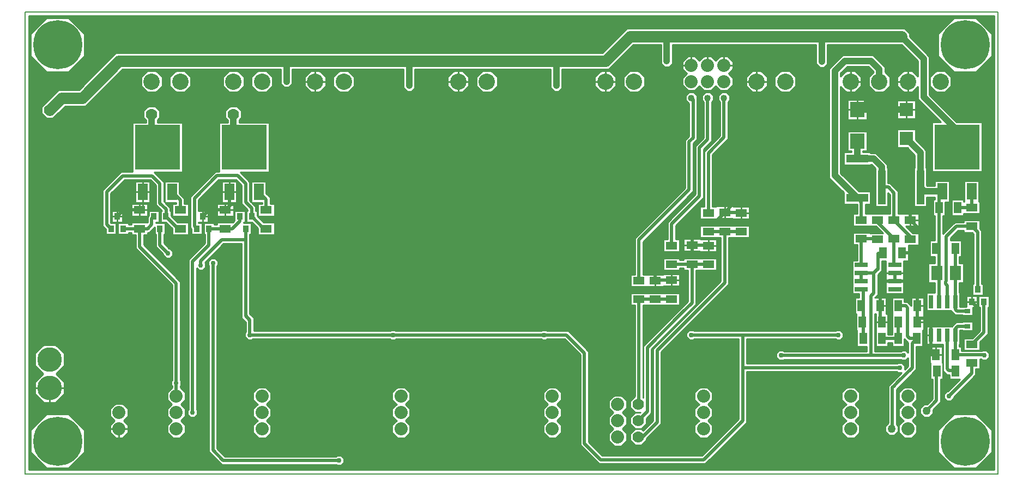
<source format=gbr>
G04 PROTEUS GERBER X2 FILE*
%TF.GenerationSoftware,Labcenter,Proteus,8.7-SP3-Build25561*%
%TF.CreationDate,2021-04-27T11:42:45+00:00*%
%TF.FileFunction,Copper,L6,Bot*%
%TF.FilePolarity,Positive*%
%TF.Part,Single*%
%TF.SameCoordinates,{6203c4a4-ae23-4678-9b2e-be1f49d5fe9b}*%
%FSLAX45Y45*%
%MOMM*%
G01*
%TA.AperFunction,Conductor*%
%ADD12C,1.016000*%
%ADD10C,0.508000*%
%ADD15C,0.254000*%
%ADD13C,1.778000*%
%TA.AperFunction,ViaPad*%
%ADD17C,1.270000*%
%ADD18C,0.762000*%
%ADD19C,1.778000*%
%ADD70C,1.016000*%
%TA.AperFunction,ComponentPad*%
%ADD20C,3.810000*%
%ADD21C,2.540000*%
%ADD22C,2.032000*%
%TA.AperFunction,SMDPad,CuDef*%
%ADD33R,0.889000X1.016000*%
%ADD29R,6.985000X6.985000*%
%ADD72R,1.524000X2.540000*%
%TA.AperFunction,SMDPad,CuDef*%
%ADD26R,2.108200X2.108200*%
%ADD32R,0.889000X0.635000*%
%ADD71R,1.193800X5.308600*%
%ADD27R,2.260600X2.362200*%
%TA.AperFunction,SMDPad,CuDef*%
%ADD34R,2.032000X0.635000*%
%ADD73R,0.635000X2.032000*%
%TA.AperFunction,SMDPad,CuDef*%
%ADD28R,3.403600X1.244600*%
%ADD31R,1.803400X2.260600*%
%ADD25R,1.143000X1.803400*%
%ADD30R,1.803400X1.143000*%
%TA.AperFunction,OtherPad,Unknown*%
%ADD36C,7.620000*%
%TA.AperFunction,Profile*%
%ADD37C,0.203200*%
%TD.AperFunction*%
G36*
X+8448040Y-4193540D02*
X-6543040Y-4193540D01*
X-6543040Y+2860040D01*
X+8448040Y+2860040D01*
X+8448040Y-4193540D01*
G37*
%LPC*%
G36*
X-5994401Y-2381811D02*
X-5994401Y-2571189D01*
X-6121962Y-2698750D01*
X-5994401Y-2826311D01*
X-5994401Y-3015689D01*
X-6128311Y-3149599D01*
X-6317689Y-3149599D01*
X-6451599Y-3015689D01*
X-6451599Y-2826311D01*
X-6324038Y-2698750D01*
X-6451599Y-2571189D01*
X-6451599Y-2381811D01*
X-6317689Y-2247901D01*
X-6128311Y-2247901D01*
X-5994401Y-2381811D01*
G37*
G36*
X-2260599Y+1773114D02*
X-2260599Y+1909886D01*
X-2163886Y+2006599D01*
X-2027114Y+2006599D01*
X-1930401Y+1909886D01*
X-1930401Y+1773114D01*
X-2027114Y+1676401D01*
X-2163886Y+1676401D01*
X-2260599Y+1773114D01*
G37*
G36*
X-1816099Y+1773114D02*
X-1816099Y+1909886D01*
X-1719386Y+2006599D01*
X-1582614Y+2006599D01*
X-1485901Y+1909886D01*
X-1485901Y+1773114D01*
X-1582614Y+1676401D01*
X-1719386Y+1676401D01*
X-1816099Y+1773114D01*
G37*
G36*
X-2781301Y-2990135D02*
X-2781301Y-3105865D01*
X-2850436Y-3175000D01*
X-2781301Y-3244135D01*
X-2781301Y-3359865D01*
X-2850436Y-3429000D01*
X-2781301Y-3498135D01*
X-2781301Y-3613865D01*
X-2863135Y-3695699D01*
X-2978865Y-3695699D01*
X-3060699Y-3613865D01*
X-3060699Y-3498135D01*
X-2991564Y-3429000D01*
X-3060699Y-3359865D01*
X-3060699Y-3244135D01*
X-2991564Y-3175000D01*
X-3060699Y-3105865D01*
X-3060699Y-2990135D01*
X-2978865Y-2908301D01*
X-2863135Y-2908301D01*
X-2781301Y-2990135D01*
G37*
G36*
X+406401Y+1773114D02*
X+406401Y+1909886D01*
X+503114Y+2006599D01*
X+639886Y+2006599D01*
X+736599Y+1909886D01*
X+736599Y+1773114D01*
X+639886Y+1676401D01*
X+503114Y+1676401D01*
X+406401Y+1773114D01*
G37*
G36*
X-38099Y+1773114D02*
X-38099Y+1909886D01*
X+58614Y+2006599D01*
X+195386Y+2006599D01*
X+292099Y+1909886D01*
X+292099Y+1773114D01*
X+195386Y+1676401D01*
X+58614Y+1676401D01*
X-38099Y+1773114D01*
G37*
G36*
X-622301Y-2990135D02*
X-622301Y-3105865D01*
X-691436Y-3175000D01*
X-622301Y-3244135D01*
X-622301Y-3359865D01*
X-691436Y-3429000D01*
X-622301Y-3498135D01*
X-622301Y-3613865D01*
X-704135Y-3695699D01*
X-819865Y-3695699D01*
X-901699Y-3613865D01*
X-901699Y-3498135D01*
X-832564Y-3429000D01*
X-901699Y-3359865D01*
X-901699Y-3244135D01*
X-832564Y-3175000D01*
X-901699Y-3105865D01*
X-901699Y-2990135D01*
X-819865Y-2908301D01*
X-704135Y-2908301D01*
X-622301Y-2990135D01*
G37*
G36*
X+1727199Y-2990135D02*
X+1727199Y-3105865D01*
X+1658064Y-3175000D01*
X+1727199Y-3244135D01*
X+1727199Y-3359865D01*
X+1658064Y-3429000D01*
X+1727199Y-3498135D01*
X+1727199Y-3613865D01*
X+1645365Y-3695699D01*
X+1529635Y-3695699D01*
X+1447801Y-3613865D01*
X+1447801Y-3498135D01*
X+1516936Y-3429000D01*
X+1447801Y-3359865D01*
X+1447801Y-3244135D01*
X+1516936Y-3175000D01*
X+1447801Y-3105865D01*
X+1447801Y-2990135D01*
X+1529635Y-2908301D01*
X+1645365Y-2908301D01*
X+1727199Y-2990135D01*
G37*
G36*
X+2692401Y+1773114D02*
X+2692401Y+1909886D01*
X+2789114Y+2006599D01*
X+2925886Y+2006599D01*
X+3022599Y+1909886D01*
X+3022599Y+1773114D01*
X+2925886Y+1676401D01*
X+2789114Y+1676401D01*
X+2692401Y+1773114D01*
G37*
G36*
X+2247901Y+1773114D02*
X+2247901Y+1909886D01*
X+2344614Y+2006599D01*
X+2481386Y+2006599D01*
X+2578099Y+1909886D01*
X+2578099Y+1773114D01*
X+2481386Y+1676401D01*
X+2344614Y+1676401D01*
X+2247901Y+1773114D01*
G37*
G36*
X+4076699Y-2990135D02*
X+4076699Y-3105865D01*
X+4007564Y-3175000D01*
X+4076699Y-3244135D01*
X+4076699Y-3359865D01*
X+4007564Y-3429000D01*
X+4076699Y-3498135D01*
X+4076699Y-3613865D01*
X+3994865Y-3695699D01*
X+3879135Y-3695699D01*
X+3797301Y-3613865D01*
X+3797301Y-3498135D01*
X+3866436Y-3429000D01*
X+3797301Y-3359865D01*
X+3797301Y-3244135D01*
X+3866436Y-3175000D01*
X+3797301Y-3105865D01*
X+3797301Y-2990135D01*
X+3879135Y-2908301D01*
X+3994865Y-2908301D01*
X+4076699Y-2990135D01*
G37*
G36*
X+6362699Y-2990135D02*
X+6362699Y-3105865D01*
X+6293564Y-3175000D01*
X+6362699Y-3244135D01*
X+6362699Y-3359865D01*
X+6293564Y-3429000D01*
X+6362699Y-3498135D01*
X+6362699Y-3613865D01*
X+6280865Y-3695699D01*
X+6165135Y-3695699D01*
X+6083301Y-3613865D01*
X+6083301Y-3498135D01*
X+6152436Y-3429000D01*
X+6083301Y-3359865D01*
X+6083301Y-3244135D01*
X+6152436Y-3175000D01*
X+6083301Y-3105865D01*
X+6083301Y-2990135D01*
X+6165135Y-2908301D01*
X+6280865Y-2908301D01*
X+6362699Y-2990135D01*
G37*
G36*
X+5041901Y+1773114D02*
X+5041901Y+1909886D01*
X+5138614Y+2006599D01*
X+5275386Y+2006599D01*
X+5372099Y+1909886D01*
X+5372099Y+1773114D01*
X+5275386Y+1676401D01*
X+5138614Y+1676401D01*
X+5041901Y+1773114D01*
G37*
G36*
X+4597401Y+1773114D02*
X+4597401Y+1909886D01*
X+4694114Y+2006599D01*
X+4830886Y+2006599D01*
X+4927599Y+1909886D01*
X+4927599Y+1773114D01*
X+4830886Y+1676401D01*
X+4694114Y+1676401D01*
X+4597401Y+1773114D01*
G37*
G36*
X+7454901Y+1773114D02*
X+7454901Y+1909886D01*
X+7551614Y+2006599D01*
X+7688386Y+2006599D01*
X+7785099Y+1909886D01*
X+7785099Y+1773114D01*
X+7688386Y+1676401D01*
X+7551614Y+1676401D01*
X+7454901Y+1773114D01*
G37*
G36*
X+7137225Y+2592605D02*
X+7137225Y+2538723D01*
X+7444796Y+2231152D01*
X+7444796Y+1637844D01*
X+7869791Y+1212849D01*
X+8261349Y+1212849D01*
X+8261349Y+438151D01*
X+7486651Y+438151D01*
X+7486651Y+1212849D01*
X+7618347Y+1212849D01*
X+7266998Y+1564198D01*
X+7266998Y+1763013D01*
X+7180386Y+1676401D01*
X+7043614Y+1676401D01*
X+6946901Y+1773114D01*
X+6946901Y+1909886D01*
X+7043614Y+2006599D01*
X+7180386Y+2006599D01*
X+7266998Y+1919987D01*
X+7266998Y+2157506D01*
X+7011503Y+2413001D01*
X+5863737Y+2413001D01*
X+5863737Y+2113752D01*
X+5811661Y+2061676D01*
X+5738015Y+2061676D01*
X+5685939Y+2113752D01*
X+5685939Y+2413001D01*
X+5535395Y+2413001D01*
X+5535394Y+2413002D01*
X+5513606Y+2413002D01*
X+5513605Y+2413001D01*
X+3454399Y+2413001D01*
X+3454399Y+2122177D01*
X+3402323Y+2070101D01*
X+3328677Y+2070101D01*
X+3276601Y+2122177D01*
X+3276601Y+2413001D01*
X+2846604Y+2413002D01*
X+2465603Y+2032001D01*
X+1739899Y+2032001D01*
X+1739899Y+1741177D01*
X+1687823Y+1689101D01*
X+1614177Y+1689101D01*
X+1562101Y+1741177D01*
X+1562101Y+2032001D01*
X+508000Y+2032002D01*
X-546101Y+2032001D01*
X-546101Y+1741177D01*
X-598177Y+1689101D01*
X-671823Y+1689101D01*
X-723899Y+1741177D01*
X-723899Y+2032001D01*
X-2451101Y+2032001D01*
X-2451101Y+1804677D01*
X-2503177Y+1752601D01*
X-2576823Y+1752601D01*
X-2628899Y+1804677D01*
X-2628899Y+2032001D01*
X-5090897Y+2032001D01*
X-5588001Y+1534897D01*
X-5588001Y+1534895D01*
X-5662395Y+1460501D01*
X-5979897Y+1460501D01*
X-6096001Y+1344397D01*
X-6096001Y+1344395D01*
X-6170395Y+1270001D01*
X-6275605Y+1270001D01*
X-6349999Y+1344395D01*
X-6349999Y+1449605D01*
X-6275605Y+1523999D01*
X-6275603Y+1523999D01*
X-6085103Y+1714499D01*
X-5767603Y+1714499D01*
X-5196103Y+2285999D01*
X-582395Y+2285999D01*
X+508000Y+2285998D01*
X+2360397Y+2285999D01*
X+2741396Y+2666998D01*
X+2794000Y+2666998D01*
X+3312895Y+2666999D01*
X+5513605Y+2666999D01*
X+5513606Y+2666998D01*
X+5535394Y+2666998D01*
X+5535395Y+2666999D01*
X+7062831Y+2666999D01*
X+7137225Y+2592605D01*
G37*
G36*
X+7230109Y+936833D02*
X+7394499Y+772443D01*
X+7394499Y+501649D01*
X+7403389Y+501649D01*
X+7403389Y+226053D01*
X+7405923Y+223519D01*
X+7531101Y+223519D01*
X+7531101Y+299719D01*
X+7759699Y+299719D01*
X+7759699Y-30479D01*
X+7689849Y-30479D01*
X+7689849Y-247649D01*
X+7658099Y-247649D01*
X+7658098Y-436880D01*
X+7658099Y-526045D01*
X+7841450Y-342694D01*
X+7974331Y-342694D01*
X+7974331Y-314131D01*
X+8230869Y-314131D01*
X+8230869Y-447849D01*
X+8260079Y-477059D01*
X+8260079Y-1300481D01*
X+8279129Y-1300481D01*
X+8279129Y-1478279D01*
X+8114031Y-1478279D01*
X+8114031Y-1300481D01*
X+8133081Y-1300481D01*
X+8133081Y-529661D01*
X+8108049Y-504629D01*
X+7974331Y-504629D01*
X+7974331Y-469692D01*
X+7894052Y-469692D01*
X+7769980Y-593764D01*
X+7769980Y-626111D01*
X+7943849Y-626111D01*
X+7943849Y-882649D01*
X+7912099Y-882649D01*
X+7912099Y-984251D01*
X+7976869Y-984251D01*
X+7976869Y-1286509D01*
X+7912099Y-1286509D01*
X+7912098Y-1357630D01*
X+7912099Y-1440181D01*
X+7918449Y-1440181D01*
X+7918449Y-1662431D01*
X+7956551Y-1662431D01*
X+7956551Y-1656081D01*
X+8020051Y-1656081D01*
X+8020051Y-1490981D01*
X+8185149Y-1490981D01*
X+8185149Y-1668779D01*
X+8121649Y-1668779D01*
X+8121649Y-1795779D01*
X+7956551Y-1795779D01*
X+7956551Y-1789429D01*
X+7848106Y-1789429D01*
X+7784392Y-1725715D01*
X+7784392Y-1719579D01*
X+7397751Y-1719579D01*
X+7397751Y-1440181D01*
X+7531101Y-1440181D01*
X+7531102Y-1357630D01*
X+7531101Y-1286509D01*
X+7430331Y-1286509D01*
X+7430331Y-984251D01*
X+7531101Y-984251D01*
X+7531101Y-882649D01*
X+7453351Y-882649D01*
X+7453351Y-626111D01*
X+7531101Y-626111D01*
X+7531102Y-436880D01*
X+7531101Y-247649D01*
X+7499351Y-247649D01*
X+7499351Y+8889D01*
X+7531101Y+8889D01*
X+7531101Y+45721D01*
X+7403389Y+45721D01*
X+7403389Y-105409D01*
X+7207811Y-105409D01*
X+7207811Y+501649D01*
X+7216701Y+501649D01*
X+7216701Y+698797D01*
X+7104387Y+811111D01*
X+6943091Y+811111D01*
X+6943091Y+1098129D01*
X+7230109Y+1098129D01*
X+7230109Y+936833D01*
G37*
G36*
X+8373109Y-1668779D02*
X+8354059Y-1668779D01*
X+8354059Y-2080721D01*
X+8230869Y-2203911D01*
X+8230869Y-2337629D01*
X+7974331Y-2337629D01*
X+7974331Y-2147131D01*
X+8108049Y-2147131D01*
X+8227061Y-2028119D01*
X+8227061Y-1668779D01*
X+8208011Y-1668779D01*
X+8208011Y-1490981D01*
X+8373109Y-1490981D01*
X+8373109Y-1668779D01*
G37*
G36*
X+8216899Y-24131D02*
X+8230869Y-24131D01*
X+8230869Y-214629D01*
X+7979849Y-214629D01*
X+7979849Y-247649D01*
X+7789351Y-247649D01*
X+7789351Y+8889D01*
X+7979849Y+8889D01*
X+7979849Y-24131D01*
X+7988301Y-24131D01*
X+7988301Y+299719D01*
X+8216899Y+299719D01*
X+8216899Y-24131D01*
G37*
G36*
X+7230109Y+1261111D02*
X+6943091Y+1261111D01*
X+6943091Y+1548129D01*
X+7230109Y+1548129D01*
X+7230109Y+1261111D01*
G37*
G36*
X+8121649Y-2030729D02*
X+7956551Y-2030729D01*
X+7956551Y-2024379D01*
X+7918449Y-2024379D01*
X+7918449Y-2240279D01*
X+7912099Y-2240279D01*
X+7912099Y-2277111D01*
X+7943849Y-2277111D01*
X+7943849Y-2341881D01*
X+8258722Y-2341882D01*
X+8263942Y-2336662D01*
X+8327068Y-2336662D01*
X+8371704Y-2381298D01*
X+8371704Y-2444424D01*
X+8327068Y-2489060D01*
X+8280993Y-2489060D01*
X+8280607Y-2489220D01*
X+8280447Y-2489060D01*
X+8263942Y-2489060D01*
X+8243760Y-2468878D01*
X+8230869Y-2468878D01*
X+8230869Y-2627629D01*
X+8166099Y-2627629D01*
X+8166099Y-2718701D01*
X+7823199Y-3061601D01*
X+7823199Y-3079563D01*
X+7778563Y-3124199D01*
X+7715437Y-3124199D01*
X+7670801Y-3079563D01*
X+7670801Y-3016437D01*
X+7715437Y-2971801D01*
X+7733399Y-2971801D01*
X+7917551Y-2787649D01*
X+7753351Y-2787649D01*
X+7753351Y-2714592D01*
X+7718398Y-2714592D01*
X+7658101Y-2654295D01*
X+7658101Y-2240279D01*
X+7397751Y-2240279D01*
X+7397751Y-1960881D01*
X+7795271Y-1960881D01*
X+7858771Y-1897381D01*
X+7956551Y-1897381D01*
X+7956551Y-1891031D01*
X+8121649Y-1891031D01*
X+8121649Y-2030729D01*
G37*
G36*
X+6595993Y+2225387D02*
X+6756399Y+2064981D01*
X+6756399Y+1986086D01*
X+6832599Y+1909886D01*
X+6832599Y+1773114D01*
X+6735886Y+1676401D01*
X+6599114Y+1676401D01*
X+6502401Y+1773114D01*
X+6502401Y+1909886D01*
X+6578601Y+1986086D01*
X+6578601Y+1991335D01*
X+6496309Y+2073627D01*
X+6169449Y+2073627D01*
X+6066925Y+1971103D01*
X+6066925Y+1918910D01*
X+6154614Y+2006599D01*
X+6291386Y+2006599D01*
X+6388099Y+1909886D01*
X+6388099Y+1773114D01*
X+6291386Y+1676401D01*
X+6154614Y+1676401D01*
X+6066925Y+1764090D01*
X+6066925Y+416017D01*
X+6349993Y+132949D01*
X+6532879Y+132949D01*
X+6532879Y-67709D01*
X+6451599Y-67709D01*
X+6451599Y-214631D01*
X+6832601Y-214631D01*
X+6832601Y+83456D01*
X+6803389Y+112668D01*
X+6803389Y-105409D01*
X+6607811Y-105409D01*
X+6607811Y+487687D01*
X+6541777Y+553721D01*
X+6532879Y+553721D01*
X+6532879Y+542291D01*
X+6116321Y+542291D01*
X+6116321Y+742949D01*
X+6235701Y+742949D01*
X+6235701Y+758411D01*
X+6173471Y+758411D01*
X+6173471Y+1070829D01*
X+6475729Y+1070829D01*
X+6475729Y+758411D01*
X+6413499Y+758411D01*
X+6413499Y+742949D01*
X+6532879Y+742949D01*
X+6532879Y+731519D01*
X+6615423Y+731519D01*
X+6794499Y+552443D01*
X+6794499Y+501649D01*
X+6803389Y+501649D01*
X+6803389Y+262850D01*
X+6832807Y+262850D01*
X+6959599Y+136058D01*
X+6959599Y-214631D01*
X+7278369Y-214631D01*
X+7278369Y-405129D01*
X+7081149Y-405129D01*
X+7190651Y-514631D01*
X+7278369Y-514631D01*
X+7278369Y-705129D01*
X+7118349Y-705129D01*
X+7118349Y-946149D01*
X+7048499Y-946149D01*
X+7048499Y-1459229D01*
X+6769101Y-1459229D01*
X+6769101Y-946149D01*
X+6708735Y-946149D01*
X+6708735Y-1099189D01*
X+6646243Y-1161681D01*
X+6646243Y-1469502D01*
X+6600634Y-1515111D01*
X+6773349Y-1515111D01*
X+6773349Y-1769111D01*
X+6800849Y-1769111D01*
X+6800849Y-2087881D01*
X+6864351Y-2087881D01*
X+6864351Y-1515111D01*
X+7054849Y-1515111D01*
X+7054849Y-1579881D01*
X+7101841Y-1579881D01*
X+7164351Y-1642391D01*
X+7164351Y-1515111D01*
X+7354849Y-1515111D01*
X+7354849Y-2025649D01*
X+7344849Y-2025649D01*
X+7344849Y-2279649D01*
X+7240173Y-2279649D01*
X+7240174Y-2633331D01*
X+7202976Y-2670528D01*
X+6931494Y-2942010D01*
X+6931494Y-3485811D01*
X+6959599Y-3513916D01*
X+6959599Y-3598084D01*
X+6900084Y-3657599D01*
X+6815916Y-3657599D01*
X+6756401Y-3598084D01*
X+6756401Y-3513916D01*
X+6804498Y-3465819D01*
X+6804498Y-2889406D01*
X+7014205Y-2679699D01*
X+6953437Y-2679699D01*
X+6940737Y-2666999D01*
X+4606986Y-2666999D01*
X+4606985Y-2762250D01*
X+4606986Y-2894698D01*
X+4606986Y-3455302D01*
X+4569788Y-3492499D01*
X+3964211Y-4098077D01*
X+3842205Y-4098076D01*
X+3772802Y-4098077D01*
X+2308886Y-4098077D01*
X+2021779Y-3810970D01*
X+2021779Y-2402384D01*
X+1778394Y-2158999D01*
X+1504763Y-2158999D01*
X+1492063Y-2171699D01*
X+1428937Y-2171699D01*
X+1416237Y-2158999D01*
X-844737Y-2158999D01*
X-857437Y-2171699D01*
X-920563Y-2171699D01*
X-933263Y-2158999D01*
X-3067237Y-2158999D01*
X-3079937Y-2171699D01*
X-3143063Y-2171699D01*
X-3187699Y-2127063D01*
X-3187699Y-2063937D01*
X-3174999Y-2051237D01*
X-3174999Y-1896665D01*
X-3238499Y-1833165D01*
X-3238499Y-679353D01*
X-3517328Y-679353D01*
X-3809856Y-971882D01*
X-3797301Y-984437D01*
X-3797301Y-1047563D01*
X-3841937Y-1092199D01*
X-3905063Y-1092199D01*
X-3937001Y-1060261D01*
X-3937001Y-3257737D01*
X-3924301Y-3270437D01*
X-3924301Y-3333563D01*
X-3968937Y-3378199D01*
X-4032063Y-3378199D01*
X-4076699Y-3333563D01*
X-4076699Y-3270437D01*
X-4063999Y-3257737D01*
X-4063999Y-926199D01*
X-3809999Y-672199D01*
X-3809999Y-533399D01*
X-3829049Y-533399D01*
X-3829049Y-355601D01*
X-3663951Y-355601D01*
X-3663951Y-381001D01*
X-3620769Y-381001D01*
X-3620769Y-349251D01*
X-3377591Y-349251D01*
X-3351529Y-323189D01*
X-3351529Y-165101D01*
X-3186431Y-165101D01*
X-3186431Y-342899D01*
X-3205481Y-342899D01*
X-3205481Y-355601D01*
X-3092451Y-355601D01*
X-3092451Y-533399D01*
X-3111501Y-533399D01*
X-3111501Y-1768401D01*
X-3048001Y-1831901D01*
X-3048001Y-2032001D01*
X-933263Y-2032001D01*
X-920563Y-2019301D01*
X-857437Y-2019301D01*
X-844737Y-2032001D01*
X+1416237Y-2032001D01*
X+1428937Y-2019301D01*
X+1492063Y-2019301D01*
X+1504763Y-2032001D01*
X+1830997Y-2032001D01*
X+1868194Y-2069199D01*
X+2148775Y-2349780D01*
X+2148775Y-3758366D01*
X+2361488Y-3971079D01*
X+3772802Y-3971079D01*
X+3842205Y-3971080D01*
X+3911608Y-3971079D01*
X+4479988Y-3402699D01*
X+4479988Y-2894698D01*
X+4479989Y-2762250D01*
X+4479988Y-2577198D01*
X+4479988Y-2158999D01*
X+3790763Y-2158999D01*
X+3778063Y-2171699D01*
X+3714937Y-2171699D01*
X+3670301Y-2127063D01*
X+3670301Y-2063937D01*
X+3714937Y-2019301D01*
X+3778063Y-2019301D01*
X+3790763Y-2032001D01*
X+5988237Y-2032001D01*
X+6000937Y-2019301D01*
X+6064063Y-2019301D01*
X+6108699Y-2063937D01*
X+6108699Y-2127063D01*
X+6064063Y-2171699D01*
X+6000937Y-2171699D01*
X+5988237Y-2158999D01*
X+4606986Y-2158999D01*
X+4606986Y-2540001D01*
X+6940737Y-2540001D01*
X+6953437Y-2527301D01*
X+7016563Y-2527301D01*
X+7061199Y-2571937D01*
X+7061199Y-2632705D01*
X+7113176Y-2580728D01*
X+7113176Y-2456086D01*
X+7080063Y-2489199D01*
X+7016937Y-2489199D01*
X+7004237Y-2476499D01*
X+5187763Y-2476499D01*
X+5175063Y-2489199D01*
X+5111937Y-2489199D01*
X+5067301Y-2444563D01*
X+5067301Y-2381437D01*
X+5111937Y-2336801D01*
X+5175063Y-2336801D01*
X+5187763Y-2349501D01*
X+6470572Y-2349501D01*
X+6470572Y-2279649D01*
X+6320351Y-2279649D01*
X+6320351Y-2025649D01*
X+6310351Y-2025649D01*
X+6310351Y-1771649D01*
X+6292851Y-1771649D01*
X+6292851Y-1515111D01*
X+6352101Y-1515111D01*
X+6352101Y-1459229D01*
X+6248401Y-1459229D01*
X+6248401Y-938531D01*
X+6324601Y-938531D01*
X+6324601Y-695129D01*
X+6259831Y-695129D01*
X+6259831Y-504631D01*
X+6516369Y-504631D01*
X+6516369Y-514631D01*
X+6721051Y-514631D01*
X+6611549Y-405129D01*
X+6259831Y-405129D01*
X+6259831Y-214631D01*
X+6324601Y-214631D01*
X+6324601Y-67709D01*
X+6116321Y-67709D01*
X+6116321Y+115177D01*
X+5889127Y+342371D01*
X+5889127Y+2044749D01*
X+6095803Y+2251425D01*
X+6569955Y+2251425D01*
X+6595993Y+2225387D01*
G37*
G36*
X+7251699Y-2990135D02*
X+7251699Y-3105865D01*
X+7182564Y-3175000D01*
X+7251699Y-3244135D01*
X+7251699Y-3359865D01*
X+7182564Y-3429000D01*
X+7251699Y-3498135D01*
X+7251699Y-3613865D01*
X+7169865Y-3695699D01*
X+7054135Y-3695699D01*
X+6972301Y-3613865D01*
X+6972301Y-3498135D01*
X+7041436Y-3429000D01*
X+6972301Y-3359865D01*
X+6972301Y-3244135D01*
X+7041436Y-3175000D01*
X+6972301Y-3105865D01*
X+6972301Y-2990135D01*
X+7054135Y-2908301D01*
X+7169865Y-2908301D01*
X+7251699Y-2990135D01*
G37*
G36*
X-4519931Y-342899D02*
X-4572001Y-342899D01*
X-4572001Y-355601D01*
X-4425951Y-355601D01*
X-4425951Y-533399D01*
X-4445001Y-533399D01*
X-4445001Y-672199D01*
X-4367899Y-749301D01*
X-4349937Y-749301D01*
X-4305301Y-793937D01*
X-4305301Y-857063D01*
X-4349937Y-901699D01*
X-4413063Y-901699D01*
X-4457699Y-857063D01*
X-4457699Y-839101D01*
X-4571999Y-724801D01*
X-4571999Y-533399D01*
X-4591049Y-533399D01*
X-4591049Y-426349D01*
X-4672699Y-507999D01*
X-4697731Y-507999D01*
X-4697731Y-539749D01*
X-4759582Y-539749D01*
X-4759582Y-698109D01*
X-4191001Y-1266690D01*
X-4191001Y-2800187D01*
X-4178301Y-2812887D01*
X-4178301Y-2876013D01*
X-4191001Y-2888713D01*
X-4191001Y-2913935D01*
X-4114801Y-2990135D01*
X-4114801Y-3105865D01*
X-4183936Y-3175000D01*
X-4114801Y-3244135D01*
X-4114801Y-3359865D01*
X-4183936Y-3429000D01*
X-4114801Y-3498135D01*
X-4114801Y-3613865D01*
X-4196635Y-3695699D01*
X-4312365Y-3695699D01*
X-4394199Y-3613865D01*
X-4394199Y-3498135D01*
X-4325064Y-3429000D01*
X-4394199Y-3359865D01*
X-4394199Y-3244135D01*
X-4325064Y-3175000D01*
X-4394199Y-3105865D01*
X-4394199Y-2990135D01*
X-4317999Y-2913935D01*
X-4317999Y-2888713D01*
X-4330699Y-2876013D01*
X-4330699Y-2812887D01*
X-4317999Y-2800187D01*
X-4317999Y-1319292D01*
X-4886580Y-750711D01*
X-4886580Y-539749D01*
X-4954269Y-539749D01*
X-4954269Y-507999D01*
X-4997451Y-507999D01*
X-4997451Y-533399D01*
X-5162549Y-533399D01*
X-5162549Y-355601D01*
X-4997451Y-355601D01*
X-4997451Y-381001D01*
X-4954269Y-381001D01*
X-4954269Y-349251D01*
X-4698999Y-349251D01*
X-4698999Y-260719D01*
X-4685029Y-246749D01*
X-4685029Y-165101D01*
X-4519931Y-165101D01*
X-4519931Y-342899D01*
G37*
G36*
X+6475729Y+1248411D02*
X+6173471Y+1248411D01*
X+6173471Y+1560829D01*
X+6475729Y+1560829D01*
X+6475729Y+1248411D01*
G37*
G36*
X+7643849Y-2531111D02*
X+7653849Y-2531111D01*
X+7653849Y-2787649D01*
X+7619999Y-2787649D01*
X+7619999Y-3144191D01*
X+7502544Y-3261646D01*
X+7502544Y-3315529D01*
X+7443029Y-3375044D01*
X+7358861Y-3375044D01*
X+7299346Y-3315529D01*
X+7299346Y-3231361D01*
X+7358861Y-3171846D01*
X+7412744Y-3171846D01*
X+7493001Y-3091589D01*
X+7493001Y-2787649D01*
X+7463351Y-2787649D01*
X+7463351Y-2533649D01*
X+7453351Y-2533649D01*
X+7453351Y-2277111D01*
X+7643849Y-2277111D01*
X+7643849Y-2531111D01*
G37*
G36*
X-6515099Y-3920096D02*
X-6515099Y-3572904D01*
X-6269596Y-3327401D01*
X-5922404Y-3327401D01*
X-5676901Y-3572904D01*
X-5676901Y-3920096D01*
X-5922404Y-4165599D01*
X-6269596Y-4165599D01*
X-6515099Y-3920096D01*
G37*
G36*
X-6515099Y+2239404D02*
X-6515099Y+2586596D01*
X-6269596Y+2832099D01*
X-5922404Y+2832099D01*
X-5676901Y+2586596D01*
X-5676901Y+2239404D01*
X-5922404Y+1993901D01*
X-6269596Y+1993901D01*
X-6515099Y+2239404D01*
G37*
G36*
X+7581901Y+2239404D02*
X+7581901Y+2586596D01*
X+7827404Y+2832099D01*
X+8174596Y+2832099D01*
X+8420099Y+2586596D01*
X+8420099Y+2239404D01*
X+8174596Y+1993901D01*
X+7827404Y+1993901D01*
X+7581901Y+2239404D01*
G37*
G36*
X+7581901Y-3920096D02*
X+7581901Y-3572904D01*
X+7827404Y-3327401D01*
X+8174596Y-3327401D01*
X+8420099Y-3572904D01*
X+8420099Y-3920096D01*
X+8174596Y-4165599D01*
X+7827404Y-4165599D01*
X+7581901Y-3920096D01*
G37*
G36*
X-4356099Y+1773114D02*
X-4356099Y+1909886D01*
X-4259386Y+2006599D01*
X-4122614Y+2006599D01*
X-4025901Y+1909886D01*
X-4025901Y+1773114D01*
X-4122614Y+1676401D01*
X-4259386Y+1676401D01*
X-4356099Y+1773114D01*
G37*
G36*
X-4800599Y+1773114D02*
X-4800599Y+1909886D01*
X-4703886Y+2006599D01*
X-4567114Y+2006599D01*
X-4470401Y+1909886D01*
X-4470401Y+1773114D01*
X-4567114Y+1676401D01*
X-4703886Y+1676401D01*
X-4800599Y+1773114D01*
G37*
G36*
X-4508501Y+1386105D02*
X-4508501Y+1280895D01*
X-4546601Y+1242795D01*
X-4546601Y+1205229D01*
X-4159251Y+1205229D01*
X-4159251Y+430531D01*
X-4595231Y+430531D01*
X-4445001Y+280301D01*
X-4445001Y-20294D01*
X-4432299Y-32996D01*
X-4432299Y+292099D01*
X-4203701Y+292099D01*
X-4203701Y+102501D01*
X-4127501Y+26301D01*
X-4127501Y-59251D01*
X-4062731Y-59251D01*
X-4062731Y-249749D01*
X-4319269Y-249749D01*
X-4319269Y-59251D01*
X-4254499Y-59251D01*
X-4254499Y-38099D01*
X-4427196Y-38099D01*
X-4347525Y-117770D01*
X-4347525Y-165101D01*
X-4331971Y-165101D01*
X-4331971Y-246749D01*
X-4229469Y-349251D01*
X-4062731Y-349251D01*
X-4062731Y-539749D01*
X-4319269Y-539749D01*
X-4319269Y-439051D01*
X-4415421Y-342899D01*
X-4497069Y-342899D01*
X-4497069Y-165101D01*
X-4479794Y-165101D01*
X-4571999Y-72896D01*
X-4571999Y+227699D01*
X-4656059Y+311759D01*
X-5057492Y+311759D01*
X-5270501Y+98750D01*
X-5270501Y-352159D01*
X-5267059Y-355601D01*
X-5185411Y-355601D01*
X-5185411Y-533399D01*
X-5350509Y-533399D01*
X-5350509Y-451751D01*
X-5397499Y-404761D01*
X-5397499Y+151352D01*
X-5110094Y+438757D01*
X-4933949Y+438757D01*
X-4933949Y+1205229D01*
X-4724399Y+1205229D01*
X-4724399Y+1242795D01*
X-4762499Y+1280895D01*
X-4762499Y+1386105D01*
X-4688105Y+1460499D01*
X-4582895Y+1460499D01*
X-4508501Y+1386105D01*
G37*
G36*
X-4889499Y+292099D02*
X-4660901Y+292099D01*
X-4660901Y-38099D01*
X-4889499Y-38099D01*
X-4889499Y+292099D01*
G37*
G36*
X-3238501Y+1386105D02*
X-3238501Y+1280895D01*
X-3276601Y+1242795D01*
X-3276601Y+1205229D01*
X-2813051Y+1205229D01*
X-2813051Y+430531D01*
X-3261731Y+430531D01*
X-3111501Y+280301D01*
X-3111501Y-9453D01*
X-3086099Y-34855D01*
X-3086099Y+292099D01*
X-2857501Y+292099D01*
X-2857501Y+102501D01*
X-2794001Y+39001D01*
X-2794001Y-59251D01*
X-2729231Y-59251D01*
X-2729231Y-249749D01*
X-2985769Y-249749D01*
X-2985769Y-59251D01*
X-2920999Y-59251D01*
X-2920999Y-38099D01*
X-3082855Y-38099D01*
X-3017877Y-103077D01*
X-3017877Y-165101D01*
X-2998471Y-165101D01*
X-2998471Y-246749D01*
X-2895969Y-349251D01*
X-2729231Y-349251D01*
X-2729231Y-539749D01*
X-2985769Y-539749D01*
X-2985769Y-439051D01*
X-3081921Y-342899D01*
X-3163569Y-342899D01*
X-3163569Y-165101D01*
X-3144875Y-165101D01*
X-3144875Y-155679D01*
X-3238499Y-62055D01*
X-3238499Y+227699D01*
X-3328302Y+317502D01*
X-3593198Y+317502D01*
X-3909108Y+1592D01*
X-3909108Y-165101D01*
X-3757931Y-165101D01*
X-3757931Y-342899D01*
X-3909108Y-342899D01*
X-3909108Y-355601D01*
X-3851911Y-355601D01*
X-3851911Y-533399D01*
X-4017009Y-533399D01*
X-4017009Y-451751D01*
X-4036106Y-432654D01*
X-4036106Y+54194D01*
X-3645802Y+444498D01*
X-3587749Y+444498D01*
X-3587749Y+1205229D01*
X-3454399Y+1205229D01*
X-3454399Y+1242795D01*
X-3492499Y+1280895D01*
X-3492499Y+1386105D01*
X-3418105Y+1460499D01*
X-3312895Y+1460499D01*
X-3238501Y+1386105D01*
G37*
G36*
X-3314701Y-31750D02*
X-3288849Y-31750D01*
X-3270250Y-50349D01*
X-3270250Y-76651D01*
X-3288849Y-95250D01*
X-3315151Y-95250D01*
X-3333750Y-76651D01*
X-3333750Y-50349D01*
X-3321500Y-38099D01*
X-3543299Y-38099D01*
X-3543299Y+292099D01*
X-3314701Y+292099D01*
X-3314701Y-31750D01*
G37*
G36*
X-5091431Y-342899D02*
X-5256529Y-342899D01*
X-5256529Y-165101D01*
X-5091431Y-165101D01*
X-5091431Y-342899D01*
G37*
G36*
X-4954269Y-249749D02*
X-4954269Y-59251D01*
X-4697731Y-59251D01*
X-4697731Y-249749D01*
X-4954269Y-249749D01*
G37*
G36*
X-3620769Y-249749D02*
X-3620769Y-59251D01*
X-3364231Y-59251D01*
X-3364231Y-249749D01*
X-3620769Y-249749D01*
G37*
G36*
X-3086099Y+1773114D02*
X-3086099Y+1909886D01*
X-2989386Y+2006599D01*
X-2852614Y+2006599D01*
X-2755901Y+1909886D01*
X-2755901Y+1773114D01*
X-2852614Y+1676401D01*
X-2989386Y+1676401D01*
X-3086099Y+1773114D01*
G37*
G36*
X-3530599Y+1773114D02*
X-3530599Y+1909886D01*
X-3433886Y+2006599D01*
X-3297114Y+2006599D01*
X-3200401Y+1909886D01*
X-3200401Y+1773114D01*
X-3297114Y+1676401D01*
X-3433886Y+1676401D01*
X-3530599Y+1773114D01*
G37*
G36*
X+3835399Y+1624323D02*
X+3835399Y+1588401D01*
X+3836877Y+1586923D01*
X+3836877Y+937344D01*
X+3776401Y+876868D01*
X+3776401Y+134072D01*
X+2994499Y-647830D01*
X+2994499Y-1157251D01*
X+3310731Y-1157251D01*
X+3310731Y-1147251D01*
X+3567269Y-1147251D01*
X+3567269Y-1337749D01*
X+3313269Y-1337749D01*
X+3313269Y-1347749D01*
X+2802731Y-1347749D01*
X+2802731Y-1157251D01*
X+2867501Y-1157251D01*
X+2867501Y-595228D01*
X+3649403Y+186674D01*
X+3649403Y+929470D01*
X+3709879Y+989946D01*
X+3709879Y+1498601D01*
X+3709677Y+1498601D01*
X+3657601Y+1550677D01*
X+3657601Y+1624323D01*
X+3709677Y+1676399D01*
X+3783323Y+1676399D01*
X+3835399Y+1624323D01*
G37*
G36*
X+4138769Y-1093749D02*
X+3819999Y-1093749D01*
X+3819999Y-1628982D01*
X+3128065Y-2320916D01*
X+3128065Y-3311735D01*
X+3047999Y-3391801D01*
X+3047999Y-3481605D01*
X+2973605Y-3555999D01*
X+2868395Y-3555999D01*
X+2794001Y-3481605D01*
X+2794001Y-3376395D01*
X+2868395Y-3302001D01*
X+2958199Y-3302001D01*
X+2958201Y-3301999D01*
X+2868395Y-3301999D01*
X+2794001Y-3227605D01*
X+2794001Y-3122395D01*
X+2867502Y-3048894D01*
X+2867501Y-1637749D01*
X+2802731Y-1637749D01*
X+2802731Y-1447251D01*
X+3567269Y-1447251D01*
X+3567269Y-1637749D01*
X+2994499Y-1637749D01*
X+2994498Y-3068894D01*
X+3001067Y-3075463D01*
X+3001067Y-2268314D01*
X+3693001Y-1576380D01*
X+3693001Y-1093749D01*
X+3628231Y-1093749D01*
X+3628231Y-1061999D01*
X+3597750Y-1061998D01*
X+3567269Y-1061999D01*
X+3567269Y-1093749D01*
X+3310731Y-1093749D01*
X+3310731Y-903251D01*
X+3567269Y-903251D01*
X+3567269Y-935001D01*
X+3597750Y-935002D01*
X+3628231Y-935001D01*
X+3628231Y-903251D01*
X+4138769Y-903251D01*
X+4138769Y-1093749D01*
G37*
G36*
X+3884769Y-613251D02*
X+4138769Y-613251D01*
X+4138769Y-803749D01*
X+3882231Y-803749D01*
X+3882231Y-793749D01*
X+3628231Y-793749D01*
X+3628231Y-603251D01*
X+3884769Y-603251D01*
X+3884769Y-613251D01*
G37*
G36*
X+4343399Y+1624323D02*
X+4343399Y+1550677D01*
X+4316557Y+1523835D01*
X+4316557Y+944550D01*
X+4073999Y+701992D01*
X+4073999Y-105251D01*
X+4136231Y-105251D01*
X+4136231Y-95251D01*
X+4392769Y-95251D01*
X+4392769Y-105251D01*
X+4646769Y-105251D01*
X+4646769Y-295749D01*
X+4390231Y-295749D01*
X+4390231Y-285749D01*
X+4138769Y-285749D01*
X+4138769Y-295749D01*
X+3882231Y-295749D01*
X+3882231Y-105251D01*
X+3947001Y-105251D01*
X+3947001Y+754594D01*
X+4189559Y+997152D01*
X+4189559Y+1526719D01*
X+4165601Y+1550677D01*
X+4165601Y+1624323D01*
X+4217677Y+1676399D01*
X+4291323Y+1676399D01*
X+4343399Y+1624323D01*
G37*
G36*
X+4646769Y-585749D02*
X+4327999Y-585749D01*
X+4327999Y-1312650D01*
X+3279423Y-2361226D01*
X+3279423Y-3479087D01*
X+3047999Y-3710511D01*
X+3047999Y-3735605D01*
X+2973605Y-3809999D01*
X+2868395Y-3809999D01*
X+2794001Y-3735605D01*
X+2794001Y-3630395D01*
X+2868395Y-3556001D01*
X+2973605Y-3556001D01*
X+2998257Y-3580653D01*
X+3152425Y-3426485D01*
X+3152425Y-2308624D01*
X+4201001Y-1260048D01*
X+4201001Y-585749D01*
X+3882231Y-585749D01*
X+3882231Y-395251D01*
X+4646769Y-395251D01*
X+4646769Y-585749D01*
G37*
G36*
X+4089399Y+1624323D02*
X+4089399Y+1550677D01*
X+4063999Y+1525277D01*
X+4063998Y+913774D01*
X+3936999Y+786775D01*
X+3936999Y+37199D01*
X+3502499Y-397301D01*
X+3502499Y-613251D01*
X+3567269Y-613251D01*
X+3567269Y-803749D01*
X+3310731Y-803749D01*
X+3310731Y-613251D01*
X+3375501Y-613251D01*
X+3375501Y-344699D01*
X+3810001Y+89801D01*
X+3810001Y+839377D01*
X+3937002Y+966378D01*
X+3937001Y+1525277D01*
X+3911601Y+1550677D01*
X+3911601Y+1624323D01*
X+3963677Y+1676399D01*
X+4037323Y+1676399D01*
X+4089399Y+1624323D01*
G37*
G36*
X+4394199Y+2153365D02*
X+4394199Y+2037635D01*
X+4325064Y+1968500D01*
X+4394199Y+1899365D01*
X+4394199Y+1783635D01*
X+4312365Y+1701801D01*
X+4196635Y+1701801D01*
X+4127500Y+1770936D01*
X+4058365Y+1701801D01*
X+3942635Y+1701801D01*
X+3873500Y+1770936D01*
X+3804365Y+1701801D01*
X+3688635Y+1701801D01*
X+3606801Y+1783635D01*
X+3606801Y+1899365D01*
X+3675936Y+1968500D01*
X+3606801Y+2037635D01*
X+3606801Y+2153365D01*
X+3688635Y+2235199D01*
X+3804365Y+2235199D01*
X+3873500Y+2166064D01*
X+3942635Y+2235199D01*
X+4058365Y+2235199D01*
X+4127500Y+2166064D01*
X+4196635Y+2235199D01*
X+4312365Y+2235199D01*
X+4394199Y+2153365D01*
G37*
G36*
X+2743199Y-3117135D02*
X+2743199Y-3232865D01*
X+2674064Y-3302000D01*
X+2743199Y-3371135D01*
X+2743199Y-3486865D01*
X+2674064Y-3556000D01*
X+2743199Y-3625135D01*
X+2743199Y-3740865D01*
X+2661365Y-3822699D01*
X+2545635Y-3822699D01*
X+2463801Y-3740865D01*
X+2463801Y-3625135D01*
X+2532936Y-3556000D01*
X+2463801Y-3486865D01*
X+2463801Y-3371135D01*
X+2532936Y-3302000D01*
X+2463801Y-3232865D01*
X+2463801Y-3117135D01*
X+2545635Y-3035301D01*
X+2661365Y-3035301D01*
X+2743199Y-3117135D01*
G37*
G36*
X-5003801Y-3244135D02*
X-5003801Y-3359865D01*
X-5072936Y-3429000D01*
X-5003801Y-3498135D01*
X-5003801Y-3613865D01*
X-5085635Y-3695699D01*
X-5201365Y-3695699D01*
X-5283199Y-3613865D01*
X-5283199Y-3498135D01*
X-5214064Y-3429000D01*
X-5283199Y-3359865D01*
X-5283199Y-3244135D01*
X-5201365Y-3162301D01*
X-5085635Y-3162301D01*
X-5003801Y-3244135D01*
G37*
G36*
X-5111750Y-76651D02*
X-5111750Y-50349D01*
X-5093151Y-31750D01*
X-5066849Y-31750D01*
X-5048250Y-50349D01*
X-5048250Y-76651D01*
X-5066849Y-95250D01*
X-5093151Y-95250D01*
X-5111750Y-76651D01*
G37*
G36*
X+6438900Y+1651403D02*
X+6438900Y+1682967D01*
X+6461218Y+1705285D01*
X+6492782Y+1705285D01*
X+6515100Y+1682967D01*
X+6515100Y+1651403D01*
X+6492782Y+1629085D01*
X+6461218Y+1629085D01*
X+6438900Y+1651403D01*
G37*
G36*
X+4425851Y+1574349D02*
X+4425851Y+1600651D01*
X+4444450Y+1619250D01*
X+4470752Y+1619250D01*
X+4489351Y+1600651D01*
X+4489351Y+1574349D01*
X+4470752Y+1555750D01*
X+4444450Y+1555750D01*
X+4425851Y+1574349D01*
G37*
G36*
X-3607983Y-947591D02*
X-3607983Y-1010717D01*
X-3620683Y-1023417D01*
X-3620683Y-3860218D01*
X-3494087Y-3986814D01*
X-1769222Y-3986814D01*
X-1756522Y-3974114D01*
X-1693396Y-3974114D01*
X-1648760Y-4018750D01*
X-1648760Y-4081876D01*
X-1693396Y-4126512D01*
X-1756522Y-4126512D01*
X-1769222Y-4113812D01*
X-3546689Y-4113812D01*
X-3747681Y-3912820D01*
X-3747681Y-1023417D01*
X-3760381Y-1010717D01*
X-3760381Y-947591D01*
X-3715745Y-902955D01*
X-3652619Y-902955D01*
X-3607983Y-947591D01*
G37*
G36*
X-3524250Y-1918151D02*
X-3524250Y-1891849D01*
X-3505651Y-1873250D01*
X-3479349Y-1873250D01*
X-3460750Y-1891849D01*
X-3460750Y-1918151D01*
X-3479349Y-1936750D01*
X-3505651Y-1936750D01*
X-3524250Y-1918151D01*
G37*
G36*
X-3270250Y-1918151D02*
X-3270250Y-1891849D01*
X-3251651Y-1873250D01*
X-3225349Y-1873250D01*
X-3206750Y-1891849D01*
X-3206750Y-1918151D01*
X-3225349Y-1936750D01*
X-3251651Y-1936750D01*
X-3270250Y-1918151D01*
G37*
%LPD*%
G36*
X+6610351Y-2025649D02*
X+6610351Y-2279649D01*
X+6800849Y-2279649D01*
X+6800849Y-2214879D01*
X+6864351Y-2214879D01*
X+6864351Y-2279649D01*
X+7054849Y-2279649D01*
X+7054849Y-2158759D01*
X+7110970Y-2214879D01*
X+7113177Y-2214879D01*
X+7113177Y-2369915D01*
X+7080063Y-2336801D01*
X+7016937Y-2336801D01*
X+7004237Y-2349501D01*
X+6597570Y-2349501D01*
X+6597570Y-1771649D01*
X+6610351Y-1771649D01*
X+6610351Y-2025649D01*
G37*
D12*
X+7305600Y+198120D02*
X+7305600Y+735620D01*
X+7086600Y+954620D01*
X+7645400Y+134620D02*
X+7369100Y+134620D01*
X+7305600Y+198120D01*
X+6324600Y+642620D02*
X+6324600Y+914620D01*
X+6705600Y+198120D02*
X+6705600Y+515620D01*
X+6578600Y+642620D01*
X+6324600Y+642620D01*
D10*
X+6388100Y-309880D02*
X+6388100Y-30880D01*
X+6324600Y+32620D01*
X+6896100Y-309880D02*
X+7150100Y-563880D01*
X+7150100Y-609880D01*
X+6896100Y-599880D02*
X+6642100Y-345880D01*
X+6642100Y-309880D01*
X+6388100Y-599880D02*
X+6632100Y-599880D01*
X+6642100Y-609880D01*
X+6896100Y-599880D02*
X+6896100Y-995680D01*
X+6908800Y-1008380D01*
X+6896100Y-309880D02*
X+6896100Y+109757D01*
X+6806506Y+199351D01*
X+6706831Y+199351D01*
X+6705600Y+198120D01*
X+7150100Y-309880D02*
X+7150100Y+425241D01*
X+6778507Y+796834D01*
X+6778507Y+1373262D01*
X+6747149Y+1404620D01*
D12*
X+7086600Y+1404620D02*
X+6747149Y+1404620D01*
D10*
X+7594600Y-119380D02*
X+7594600Y+83820D01*
X+7645400Y+134620D01*
X+7848600Y-1579880D02*
X+7848600Y-1135380D01*
X+7848600Y-754380D01*
X+7884600Y-119380D02*
X+8102600Y-119380D01*
X+8102600Y+134620D01*
X+7721600Y-1579880D02*
X+7721600Y-1328455D01*
X+7693042Y-1299897D01*
X+7693042Y-1273299D01*
X+7706481Y-1259860D01*
X+7706481Y-567463D01*
X+7867751Y-406193D01*
X+8099413Y-406193D01*
X+8102600Y-409380D01*
X+8196580Y-1389380D02*
X+8196580Y-503360D01*
X+8159750Y-466530D01*
X+8102600Y-409380D01*
X+7558600Y-1135380D02*
X+7594600Y-1135380D01*
X+7594600Y-1579880D02*
X+7594600Y-1135380D01*
X+7548600Y-754380D02*
X+7594600Y-754380D01*
X+7594600Y-1135380D02*
X+7594600Y-754380D01*
X+7594600Y-119380D01*
X+8039100Y-1725930D02*
X+7874407Y-1725930D01*
X+7847891Y-1699414D01*
X+7847891Y-1580589D01*
X+7848600Y-1579880D01*
X+8290560Y-1579880D02*
X+8290560Y-2054420D01*
X+8102600Y-2242380D01*
X+7259600Y-1643380D02*
X+7259600Y-1897380D01*
X+7467600Y-2100580D02*
X+7467600Y-1833880D01*
X+8102600Y-1579880D02*
X+8166100Y-1643380D01*
X+8166100Y-1833880D01*
X+7467600Y-1833880D01*
X+7278892Y-1833880D01*
X+7265528Y-1847244D01*
X+7259600Y-1897380D01*
X+6908800Y-1262380D02*
X+6908800Y-1135380D01*
X+6908800Y-1262380D02*
X+7340600Y-1262380D01*
X+7259600Y-1643380D02*
X+7259600Y-1406880D01*
X+7340600Y-1325880D01*
X+7340600Y-1262380D01*
X+7340600Y-1143099D01*
X+7023100Y-817880D02*
X+7340600Y-817880D01*
X+7340600Y-1143099D02*
X+7340600Y-817880D01*
X+7340600Y-500380D01*
X+7150100Y-309880D01*
X+6678100Y-1643380D02*
X+6678100Y-1869880D01*
X+6705600Y-1897380D01*
X+6678100Y-1643380D02*
X+6678100Y-1277727D01*
X+6695016Y-1260811D01*
X+6868436Y-1260811D01*
X+6869931Y-1262306D01*
X+6908800Y-1262380D01*
X+6959600Y-1897380D02*
X+6959600Y-2151380D01*
X+6705600Y-2151380D01*
X+6388100Y-1135380D02*
X+6388100Y-1262380D01*
X+6388100Y-1008380D02*
X+6388100Y-599880D01*
X+6388100Y-1643380D02*
X+6415600Y-1643380D01*
X+6415600Y-1416880D01*
X+6388100Y-1389380D01*
X+6415600Y-2151380D02*
X+6415600Y-1987550D01*
X+6405600Y-1897380D01*
X+6415600Y-1987550D02*
X+6415600Y-1643380D01*
X+7467600Y-2100580D02*
X+7467600Y-2399087D01*
X+7461307Y-2405380D01*
X+7548600Y-2405380D01*
X+7721600Y-2100580D02*
X+7721600Y-2627994D01*
X+7744699Y-2651093D01*
X+7840313Y-2651093D01*
X+7848600Y-2659380D01*
X+7848600Y-2405380D02*
X+7848600Y-2100580D01*
X+7847891Y-2099871D01*
X+7848600Y-2100580D01*
X+8039100Y-1960880D02*
X+7885072Y-1960880D01*
X+7847891Y-1998061D01*
X+7847891Y-2099871D01*
D12*
X+6324600Y+32620D02*
X+5978026Y+379194D01*
X+5978026Y+2007926D01*
X+6132626Y+2162526D01*
X+6533132Y+2162526D01*
X+6618214Y+2077444D01*
X+6667500Y+2028158D01*
X+6667500Y+1841500D01*
X+6747149Y+1404620D02*
X+6477000Y+1404620D01*
X+6374962Y+1404620D01*
X+6364013Y+1393671D01*
X+6324600Y+1404620D01*
D10*
X+6388100Y-1135380D02*
X+6582744Y-1135380D01*
X+6634037Y-1084087D01*
X+6645236Y-1072888D01*
X+6645236Y-828743D01*
X+6712237Y-828743D01*
X+6723100Y-817880D01*
X+6959600Y-1643380D02*
X+7075540Y-1643380D01*
X+7104260Y-1672100D01*
X+7104260Y-2118369D01*
X+7134677Y-2148786D02*
X+7156505Y-2148786D01*
X+7247006Y-2148786D01*
X+7249600Y-2151380D01*
X+7104260Y-2118369D02*
X+7134677Y-2148786D01*
X+7137271Y-2151380D01*
X+7159099Y-2151380D01*
X+7249600Y-2151380D02*
X+7159099Y-2151380D01*
X+7156505Y-2148786D01*
X+7048500Y-3556000D02*
X+7048500Y-3556000D01*
X-5080000Y-444500D02*
X-4826000Y-444500D01*
X-4699000Y-444500D01*
X-4635500Y-381000D01*
X-4635500Y-287020D01*
X-4602480Y-254000D01*
D15*
X-4826000Y-154500D02*
X-4775200Y-103700D01*
X-4775200Y+127000D01*
D10*
X-4414520Y-254000D02*
X-4224020Y-444500D01*
X-4191000Y-444500D01*
X-4191000Y-154500D02*
X-4191000Y+0D01*
X-4318000Y+127000D01*
X-3746500Y-444500D02*
X-3492500Y-444500D01*
X-3383040Y-444500D01*
X-3281995Y-343455D01*
X-3268980Y-330440D01*
X-3268980Y-254000D01*
X-3840480Y-254000D02*
X-3740844Y-154364D01*
X-3737598Y-154364D01*
X-3492636Y-154364D01*
X-3492500Y-154500D01*
X-3934460Y-444500D02*
X-3972607Y-406353D01*
X-3972607Y-383439D01*
X-3972607Y+27893D01*
X-3619500Y+381000D01*
X-3302000Y+381000D01*
X-3175000Y+254000D01*
X-3175000Y-35754D01*
X-3081376Y-129378D01*
X-3081376Y-253644D01*
X-3081020Y-254000D01*
X-2890520Y-444500D01*
X-2857500Y-444500D01*
X-2857500Y-154500D02*
X-2857500Y+12700D01*
X-2971800Y+127000D01*
X-4508500Y-444500D02*
X-4508500Y-698500D01*
X-4381500Y-825500D01*
X-5173980Y-254000D02*
X-5074480Y-154500D01*
X-4826000Y-154500D01*
X-3429000Y-91000D02*
X-3429000Y+127000D01*
X-1016000Y-2095500D02*
X-889000Y-2095500D01*
X+1333500Y-2095500D02*
X+1460500Y-2095500D01*
X-889000Y-2095500D02*
X+1333500Y-2095500D01*
D12*
X-4635500Y+1333500D02*
X-4635500Y+906780D01*
X-4546600Y+817880D01*
X-3200400Y+817880D02*
X-3365500Y+982980D01*
X-3365500Y+1333500D01*
D10*
X-5074480Y-154500D02*
X-5074480Y-69020D01*
X-5080000Y-63500D01*
X-5267960Y-444500D02*
X-5334000Y-378460D01*
X-5334000Y+125051D01*
X-5083793Y+375258D01*
X-4629758Y+375258D01*
X-4508500Y+254000D01*
X-4508500Y-46595D01*
X-4411024Y-144071D01*
X-4411024Y-250504D01*
X-4414520Y-254000D01*
X-3873500Y-945725D02*
X-3873500Y-1016000D01*
X-3111500Y-2095500D02*
X-2984500Y-2095500D01*
D12*
X+6477000Y+1404620D02*
X+6477000Y+1667185D01*
D10*
X+2931000Y-1542500D02*
X+3185000Y-1542500D01*
X+3439000Y-1542500D01*
X+3196111Y-1242500D02*
X+3185000Y-1252500D01*
X+3195000Y-1242500D01*
X+3196111Y-1242500D01*
X+3439000Y-1242500D01*
X+3439000Y-998500D02*
X+3756500Y-998500D01*
X+4010500Y-998500D01*
X+3756500Y-698500D02*
X+4000500Y-698500D01*
X+4010500Y-708500D01*
X+4010500Y-490500D02*
X+4264500Y-490500D01*
X+4518500Y-490500D01*
X+4264500Y-190500D02*
X+4508500Y-190500D01*
X+4518500Y-200500D01*
X+3185000Y-871500D02*
X+3693000Y-871500D01*
X+3756500Y-808000D01*
X+3756500Y-698500D01*
X+3185000Y-1252500D02*
X+3185000Y-871500D01*
X+4264500Y-190500D02*
X+4112079Y-342921D01*
X+4098204Y-342921D01*
X+3762379Y-342921D01*
X+3756500Y-337042D01*
X+3756500Y-698500D02*
X+3756500Y-337042D01*
X+1460500Y-2095500D02*
X+1804695Y-2095500D01*
X+3746500Y-2095500D02*
X+4534399Y-2095500D01*
X+6032500Y-2095500D01*
X+2931000Y-1542500D02*
X+2931000Y-3165000D01*
X+2921000Y-3175000D01*
X+3756500Y-998500D02*
X+3756500Y-1602681D01*
X+3602894Y-1756287D01*
X+3064566Y-2294615D01*
X+3064566Y-3285434D01*
X+2921000Y-3429000D01*
X+4264500Y-490500D02*
X+4264500Y-1286349D01*
X+3215924Y-2334925D01*
X+3215924Y-3452786D01*
X+2985710Y-3683000D01*
X+2921000Y-3683000D01*
D12*
X+7874000Y+825500D02*
X+7874000Y+1082918D01*
X+7355897Y+1601021D01*
X+7355897Y+2194329D01*
X+7163473Y+2386753D01*
D10*
X+4010500Y-200500D02*
X+4010500Y+728293D01*
X+4253058Y+970851D01*
X+4253058Y+1586058D01*
X+4254500Y+1587500D01*
X+3439000Y-708500D02*
X+3439000Y-371000D01*
X+3873500Y+63500D01*
X+3873500Y+813076D01*
X+4000500Y+940076D01*
X+4000500Y+1587500D01*
X+2931000Y-1252500D02*
X+2931000Y-621529D01*
X+3338846Y-213683D01*
X+3712902Y+160373D01*
X+3712902Y+903169D01*
X+3773378Y+963645D01*
X+3773378Y+1560622D01*
X+3746500Y+1587500D01*
X+4457601Y+1587500D02*
X+4457601Y+2601D01*
X+4264500Y-190500D01*
X-4000500Y-3302000D02*
X-4000500Y-3175000D01*
X-4000500Y-952500D01*
X-3746500Y-698500D01*
X-3746500Y-444500D01*
X-4254500Y-3048000D02*
X-4254500Y-2844450D01*
X-4254500Y-1292991D01*
X-4823081Y-724410D01*
X-4823081Y-447419D01*
X-4826000Y-444500D01*
X+6892102Y-2891602D02*
X+6956191Y-2827513D01*
X+7176675Y-2607029D01*
X+7176675Y-2540000D01*
X+7249600Y-2151380D02*
X+7176675Y-2224305D01*
X+7176675Y-2540000D01*
X+6892102Y-2891602D02*
X+6867996Y-2915708D01*
X+6867996Y-3546004D01*
X+6858000Y-3556000D01*
X+7400945Y-3273445D02*
X+7556500Y-3117890D01*
X+7556500Y-2704776D01*
X+7558600Y-2702676D01*
X+7558600Y-2659380D01*
X+7747000Y-3048000D02*
X+8102600Y-2692400D01*
X+8102600Y-2532380D01*
X+6582744Y-1135380D02*
X+6582744Y-1443201D01*
X+6534071Y-1491874D01*
X+6534071Y-1522968D01*
X+6534071Y-2413000D01*
X+7048500Y-2413000D02*
X+6534071Y-2413000D01*
X+5143500Y-2413000D01*
X+4543487Y-2921000D02*
X+4543487Y-2603500D01*
X+6985000Y-2603500D01*
X+8295505Y-2412861D02*
X+8295505Y-2414318D01*
X+8286567Y-2405380D01*
X+7848600Y-2405380D01*
X+4543487Y-2603500D02*
X+4543487Y-2104588D01*
X+4534399Y-2095500D01*
X+3746500Y-4034578D02*
X+3937909Y-4034578D01*
X+4543487Y-3429000D01*
X+1804695Y-2095500D02*
X+2085277Y-2376082D01*
X+2085277Y-3784668D01*
X+2335187Y-4034578D01*
X+3746500Y-4034578D01*
X+4543487Y-3429000D02*
X+4543487Y-2921000D01*
D12*
X+7163473Y+2386753D02*
X+7010226Y+2540000D01*
D13*
X+5461000Y+2540000D02*
X+5588000Y+2540000D01*
X+5742741Y+2540000D01*
X+6229523Y+2540000D02*
X+7010226Y+2540000D01*
X+5016500Y+2540000D02*
X+3610644Y+2540000D01*
X-5715000Y+1587500D02*
X-6032500Y+1587500D01*
X-6223000Y+1397000D01*
X+5461000Y+2540000D02*
X+5016500Y+2540000D01*
D12*
X+3365500Y+2159000D02*
X+3365500Y+2540000D01*
D13*
X+3610644Y+2540000D02*
X+3365500Y+2540000D01*
D12*
X+5774838Y+2150575D02*
X+5774838Y+2507912D01*
X+5742750Y+2540000D01*
X+5742741Y+2540009D01*
X+6229523Y+2540000D02*
X+5742741Y+2540009D01*
X+5742741Y+2540000D01*
D13*
X+5742750Y+2540000D01*
X+6229523Y+2540000D01*
D12*
X+1651000Y+1778000D02*
X+1651000Y+2159000D01*
D13*
X+3365500Y+2540000D02*
X+2794000Y+2540000D01*
X+2413000Y+2159000D01*
X+1651000Y+2159000D01*
D12*
X-635000Y+1778000D02*
X-635000Y+2159000D01*
D13*
X+1651000Y+2159000D02*
X-635000Y+2159000D01*
D12*
X-2540000Y+1841500D02*
X-2540000Y+2159000D01*
D13*
X-635000Y+2159000D02*
X-2540000Y+2159000D01*
X-5143500Y+2159000D01*
X-5715000Y+1587500D01*
D10*
X-3175000Y-444500D02*
X-3175000Y-600328D01*
X-3190526Y-615854D01*
X-3543629Y-615854D01*
X-3645073Y-717298D01*
X-3873500Y-945725D01*
X-2984500Y-2095500D02*
X-2886364Y-2095500D01*
X-1016000Y-2095500D01*
X-3111500Y-2095500D02*
X-3111500Y-1870364D01*
X-3111500Y-1858202D01*
X-3175000Y-1794702D01*
X-3175000Y-600328D02*
X-3175000Y-1794702D01*
X-3175000Y-1806864D01*
X-3111500Y-1870364D01*
X-3684182Y-979154D02*
X-3684182Y-3886519D01*
X-3534904Y-4035797D01*
X-3520388Y-4050313D01*
X-1724959Y-4050313D01*
X-3492500Y-154500D02*
X-3429000Y-91000D01*
X-3401500Y-63500D01*
X-3302000Y-63500D01*
X-3492500Y-1905000D02*
X-3238500Y-1905000D01*
D17*
X+6858000Y-3556000D03*
D18*
X-4381500Y-825500D03*
X-3873500Y-1016000D03*
X-3111500Y-2095500D03*
X-889000Y-2095500D03*
X+1460500Y-2095500D03*
X+3746500Y-2095500D03*
X+6032500Y-2095500D03*
X-5080000Y-63500D03*
D19*
X-4635500Y+1333500D03*
X-3365500Y+1333500D03*
X+6477000Y+1667185D03*
X+2921000Y-3175000D03*
X+2921000Y-3429000D03*
X+2921000Y-3683000D03*
D70*
X+4457601Y+1587500D03*
X+4254500Y+1587500D03*
X+4000500Y+1587500D03*
X+3746500Y+1587500D03*
D18*
X-4000500Y-3302000D03*
X-4254500Y-2844450D03*
D17*
X+7400945Y-3273445D03*
D18*
X+7747000Y-3048000D03*
X+7048500Y-2413000D03*
X+5143500Y-2413000D03*
X+6985000Y-2603500D03*
X+8295505Y-2412861D03*
D19*
X-6223000Y+1397000D03*
D18*
X+3365500Y+2159000D03*
X+5774838Y+2150575D03*
X+1651000Y+1778000D03*
X-635000Y+1778000D03*
X-2540000Y+1841500D03*
X-3684182Y-979154D03*
X-1724959Y-4050313D03*
X-3302000Y-63500D03*
X-3492500Y-1905000D03*
X-3238500Y-1905000D03*
D15*
X+8448040Y-4193540D02*
X-6543040Y-4193540D01*
X-6543040Y+2860040D01*
X+8448040Y+2860040D01*
X+8448040Y-4193540D01*
X-5994401Y-2381811D02*
X-5994401Y-2571189D01*
X-6121962Y-2698750D01*
X-5994401Y-2826311D01*
X-5994401Y-3015689D01*
X-6128311Y-3149599D01*
X-6317689Y-3149599D01*
X-6451599Y-3015689D01*
X-6451599Y-2826311D01*
X-6324038Y-2698750D01*
X-6451599Y-2571189D01*
X-6451599Y-2381811D01*
X-6317689Y-2247901D01*
X-6128311Y-2247901D01*
X-5994401Y-2381811D01*
X-2260599Y+1773114D02*
X-2260599Y+1909886D01*
X-2163886Y+2006599D01*
X-2027114Y+2006599D01*
X-1930401Y+1909886D01*
X-1930401Y+1773114D01*
X-2027114Y+1676401D01*
X-2163886Y+1676401D01*
X-2260599Y+1773114D01*
X-1816099Y+1773114D02*
X-1816099Y+1909886D01*
X-1719386Y+2006599D01*
X-1582614Y+2006599D01*
X-1485901Y+1909886D01*
X-1485901Y+1773114D01*
X-1582614Y+1676401D01*
X-1719386Y+1676401D01*
X-1816099Y+1773114D01*
X-2781301Y-2990135D02*
X-2781301Y-3105865D01*
X-2850436Y-3175000D01*
X-2781301Y-3244135D01*
X-2781301Y-3359865D01*
X-2850436Y-3429000D01*
X-2781301Y-3498135D01*
X-2781301Y-3613865D01*
X-2863135Y-3695699D01*
X-2978865Y-3695699D01*
X-3060699Y-3613865D01*
X-3060699Y-3498135D01*
X-2991564Y-3429000D01*
X-3060699Y-3359865D01*
X-3060699Y-3244135D01*
X-2991564Y-3175000D01*
X-3060699Y-3105865D01*
X-3060699Y-2990135D01*
X-2978865Y-2908301D01*
X-2863135Y-2908301D01*
X-2781301Y-2990135D01*
X+406401Y+1773114D02*
X+406401Y+1909886D01*
X+503114Y+2006599D01*
X+639886Y+2006599D01*
X+736599Y+1909886D01*
X+736599Y+1773114D01*
X+639886Y+1676401D01*
X+503114Y+1676401D01*
X+406401Y+1773114D01*
X-38099Y+1773114D02*
X-38099Y+1909886D01*
X+58614Y+2006599D01*
X+195386Y+2006599D01*
X+292099Y+1909886D01*
X+292099Y+1773114D01*
X+195386Y+1676401D01*
X+58614Y+1676401D01*
X-38099Y+1773114D01*
X-622301Y-2990135D02*
X-622301Y-3105865D01*
X-691436Y-3175000D01*
X-622301Y-3244135D01*
X-622301Y-3359865D01*
X-691436Y-3429000D01*
X-622301Y-3498135D01*
X-622301Y-3613865D01*
X-704135Y-3695699D01*
X-819865Y-3695699D01*
X-901699Y-3613865D01*
X-901699Y-3498135D01*
X-832564Y-3429000D01*
X-901699Y-3359865D01*
X-901699Y-3244135D01*
X-832564Y-3175000D01*
X-901699Y-3105865D01*
X-901699Y-2990135D01*
X-819865Y-2908301D01*
X-704135Y-2908301D01*
X-622301Y-2990135D01*
X+1727199Y-2990135D02*
X+1727199Y-3105865D01*
X+1658064Y-3175000D01*
X+1727199Y-3244135D01*
X+1727199Y-3359865D01*
X+1658064Y-3429000D01*
X+1727199Y-3498135D01*
X+1727199Y-3613865D01*
X+1645365Y-3695699D01*
X+1529635Y-3695699D01*
X+1447801Y-3613865D01*
X+1447801Y-3498135D01*
X+1516936Y-3429000D01*
X+1447801Y-3359865D01*
X+1447801Y-3244135D01*
X+1516936Y-3175000D01*
X+1447801Y-3105865D01*
X+1447801Y-2990135D01*
X+1529635Y-2908301D01*
X+1645365Y-2908301D01*
X+1727199Y-2990135D01*
X+2692401Y+1773114D02*
X+2692401Y+1909886D01*
X+2789114Y+2006599D01*
X+2925886Y+2006599D01*
X+3022599Y+1909886D01*
X+3022599Y+1773114D01*
X+2925886Y+1676401D01*
X+2789114Y+1676401D01*
X+2692401Y+1773114D01*
X+2247901Y+1773114D02*
X+2247901Y+1909886D01*
X+2344614Y+2006599D01*
X+2481386Y+2006599D01*
X+2578099Y+1909886D01*
X+2578099Y+1773114D01*
X+2481386Y+1676401D01*
X+2344614Y+1676401D01*
X+2247901Y+1773114D01*
X+4076699Y-2990135D02*
X+4076699Y-3105865D01*
X+4007564Y-3175000D01*
X+4076699Y-3244135D01*
X+4076699Y-3359865D01*
X+4007564Y-3429000D01*
X+4076699Y-3498135D01*
X+4076699Y-3613865D01*
X+3994865Y-3695699D01*
X+3879135Y-3695699D01*
X+3797301Y-3613865D01*
X+3797301Y-3498135D01*
X+3866436Y-3429000D01*
X+3797301Y-3359865D01*
X+3797301Y-3244135D01*
X+3866436Y-3175000D01*
X+3797301Y-3105865D01*
X+3797301Y-2990135D01*
X+3879135Y-2908301D01*
X+3994865Y-2908301D01*
X+4076699Y-2990135D01*
X+6362699Y-2990135D02*
X+6362699Y-3105865D01*
X+6293564Y-3175000D01*
X+6362699Y-3244135D01*
X+6362699Y-3359865D01*
X+6293564Y-3429000D01*
X+6362699Y-3498135D01*
X+6362699Y-3613865D01*
X+6280865Y-3695699D01*
X+6165135Y-3695699D01*
X+6083301Y-3613865D01*
X+6083301Y-3498135D01*
X+6152436Y-3429000D01*
X+6083301Y-3359865D01*
X+6083301Y-3244135D01*
X+6152436Y-3175000D01*
X+6083301Y-3105865D01*
X+6083301Y-2990135D01*
X+6165135Y-2908301D01*
X+6280865Y-2908301D01*
X+6362699Y-2990135D01*
X+5041901Y+1773114D02*
X+5041901Y+1909886D01*
X+5138614Y+2006599D01*
X+5275386Y+2006599D01*
X+5372099Y+1909886D01*
X+5372099Y+1773114D01*
X+5275386Y+1676401D01*
X+5138614Y+1676401D01*
X+5041901Y+1773114D01*
X+4597401Y+1773114D02*
X+4597401Y+1909886D01*
X+4694114Y+2006599D01*
X+4830886Y+2006599D01*
X+4927599Y+1909886D01*
X+4927599Y+1773114D01*
X+4830886Y+1676401D01*
X+4694114Y+1676401D01*
X+4597401Y+1773114D01*
X+7454901Y+1773114D02*
X+7454901Y+1909886D01*
X+7551614Y+2006599D01*
X+7688386Y+2006599D01*
X+7785099Y+1909886D01*
X+7785099Y+1773114D01*
X+7688386Y+1676401D01*
X+7551614Y+1676401D01*
X+7454901Y+1773114D01*
X+7137225Y+2592605D02*
X+7137225Y+2538723D01*
X+7444796Y+2231152D01*
X+7444796Y+1637844D01*
X+7869791Y+1212849D01*
X+8261349Y+1212849D01*
X+8261349Y+438151D01*
X+7486651Y+438151D01*
X+7486651Y+1212849D01*
X+7618347Y+1212849D01*
X+7266998Y+1564198D01*
X+7266998Y+1763013D01*
X+7180386Y+1676401D01*
X+7043614Y+1676401D01*
X+6946901Y+1773114D01*
X+6946901Y+1909886D01*
X+7043614Y+2006599D01*
X+7180386Y+2006599D01*
X+7266998Y+1919987D01*
X+7266998Y+2157506D01*
X+7011503Y+2413001D01*
X+5863737Y+2413001D01*
X+5863737Y+2113752D01*
X+5811661Y+2061676D01*
X+5738015Y+2061676D01*
X+5685939Y+2113752D01*
X+5685939Y+2413001D01*
X+5535395Y+2413001D01*
X+5535394Y+2413002D01*
X+5513606Y+2413002D01*
X+5513605Y+2413001D01*
X+3454399Y+2413001D01*
X+3454399Y+2122177D01*
X+3402323Y+2070101D01*
X+3328677Y+2070101D01*
X+3276601Y+2122177D01*
X+3276601Y+2413001D01*
X+2846604Y+2413002D01*
X+2465603Y+2032001D01*
X+1739899Y+2032001D01*
X+1739899Y+1741177D01*
X+1687823Y+1689101D01*
X+1614177Y+1689101D01*
X+1562101Y+1741177D01*
X+1562101Y+2032001D01*
X+508000Y+2032002D01*
X-546101Y+2032001D01*
X-546101Y+1741177D01*
X-598177Y+1689101D01*
X-671823Y+1689101D01*
X-723899Y+1741177D01*
X-723899Y+2032001D01*
X-2451101Y+2032001D01*
X-2451101Y+1804677D01*
X-2503177Y+1752601D01*
X-2576823Y+1752601D01*
X-2628899Y+1804677D01*
X-2628899Y+2032001D01*
X-5090897Y+2032001D01*
X-5588001Y+1534897D01*
X-5588001Y+1534895D01*
X-5662395Y+1460501D01*
X-5979897Y+1460501D01*
X-6096001Y+1344397D01*
X-6096001Y+1344395D01*
X-6170395Y+1270001D01*
X-6275605Y+1270001D01*
X-6349999Y+1344395D01*
X-6349999Y+1449605D01*
X-6275605Y+1523999D01*
X-6275603Y+1523999D01*
X-6085103Y+1714499D01*
X-5767603Y+1714499D01*
X-5196103Y+2285999D01*
X-582395Y+2285999D01*
X+508000Y+2285998D01*
X+2360397Y+2285999D01*
X+2741396Y+2666998D01*
X+2794000Y+2666998D01*
X+3312895Y+2666999D01*
X+5513605Y+2666999D01*
X+5513606Y+2666998D01*
X+5535394Y+2666998D01*
X+5535395Y+2666999D01*
X+7062831Y+2666999D01*
X+7137225Y+2592605D01*
X+7230109Y+936833D02*
X+7394499Y+772443D01*
X+7394499Y+501649D01*
X+7403389Y+501649D01*
X+7403389Y+226053D01*
X+7405923Y+223519D01*
X+7531101Y+223519D01*
X+7531101Y+299719D01*
X+7759699Y+299719D01*
X+7759699Y-30479D01*
X+7689849Y-30479D01*
X+7689849Y-247649D01*
X+7658099Y-247649D01*
X+7658098Y-436880D01*
X+7658099Y-526045D01*
X+7841450Y-342694D01*
X+7974331Y-342694D01*
X+7974331Y-314131D01*
X+8230869Y-314131D01*
X+8230869Y-447849D01*
X+8260079Y-477059D01*
X+8260079Y-1300481D01*
X+8279129Y-1300481D01*
X+8279129Y-1478279D01*
X+8114031Y-1478279D01*
X+8114031Y-1300481D01*
X+8133081Y-1300481D01*
X+8133081Y-529661D01*
X+8108049Y-504629D01*
X+7974331Y-504629D01*
X+7974331Y-469692D01*
X+7894052Y-469692D01*
X+7769980Y-593764D01*
X+7769980Y-626111D01*
X+7943849Y-626111D01*
X+7943849Y-882649D01*
X+7912099Y-882649D01*
X+7912099Y-984251D01*
X+7976869Y-984251D01*
X+7976869Y-1286509D01*
X+7912099Y-1286509D01*
X+7912098Y-1357630D01*
X+7912099Y-1440181D01*
X+7918449Y-1440181D01*
X+7918449Y-1662431D01*
X+7956551Y-1662431D01*
X+7956551Y-1656081D01*
X+8020051Y-1656081D01*
X+8020051Y-1490981D01*
X+8185149Y-1490981D01*
X+8185149Y-1668779D01*
X+8121649Y-1668779D01*
X+8121649Y-1795779D01*
X+7956551Y-1795779D01*
X+7956551Y-1789429D01*
X+7848106Y-1789429D01*
X+7784392Y-1725715D01*
X+7784392Y-1719579D01*
X+7397751Y-1719579D01*
X+7397751Y-1440181D01*
X+7531101Y-1440181D01*
X+7531102Y-1357630D01*
X+7531101Y-1286509D01*
X+7430331Y-1286509D01*
X+7430331Y-984251D01*
X+7531101Y-984251D01*
X+7531101Y-882649D01*
X+7453351Y-882649D01*
X+7453351Y-626111D01*
X+7531101Y-626111D01*
X+7531102Y-436880D01*
X+7531101Y-247649D01*
X+7499351Y-247649D01*
X+7499351Y+8889D01*
X+7531101Y+8889D01*
X+7531101Y+45721D01*
X+7403389Y+45721D01*
X+7403389Y-105409D01*
X+7207811Y-105409D01*
X+7207811Y+501649D01*
X+7216701Y+501649D01*
X+7216701Y+698797D01*
X+7104387Y+811111D01*
X+6943091Y+811111D01*
X+6943091Y+1098129D01*
X+7230109Y+1098129D01*
X+7230109Y+936833D01*
X+8373109Y-1668779D02*
X+8354059Y-1668779D01*
X+8354059Y-2080721D01*
X+8230869Y-2203911D01*
X+8230869Y-2337629D01*
X+7974331Y-2337629D01*
X+7974331Y-2147131D01*
X+8108049Y-2147131D01*
X+8227061Y-2028119D01*
X+8227061Y-1668779D01*
X+8208011Y-1668779D01*
X+8208011Y-1490981D01*
X+8373109Y-1490981D01*
X+8373109Y-1668779D01*
X+8216899Y-24131D02*
X+8230869Y-24131D01*
X+8230869Y-214629D01*
X+7979849Y-214629D01*
X+7979849Y-247649D01*
X+7789351Y-247649D01*
X+7789351Y+8889D01*
X+7979849Y+8889D01*
X+7979849Y-24131D01*
X+7988301Y-24131D01*
X+7988301Y+299719D01*
X+8216899Y+299719D01*
X+8216899Y-24131D01*
X+7230109Y+1261111D02*
X+6943091Y+1261111D01*
X+6943091Y+1548129D01*
X+7230109Y+1548129D01*
X+7230109Y+1261111D01*
X+8121649Y-2030729D02*
X+7956551Y-2030729D01*
X+7956551Y-2024379D01*
X+7918449Y-2024379D01*
X+7918449Y-2240279D01*
X+7912099Y-2240279D01*
X+7912099Y-2277111D01*
X+7943849Y-2277111D01*
X+7943849Y-2341881D01*
X+8258722Y-2341882D01*
X+8263942Y-2336662D01*
X+8327068Y-2336662D01*
X+8371704Y-2381298D01*
X+8371704Y-2444424D01*
X+8327068Y-2489060D01*
X+8280993Y-2489060D01*
X+8280607Y-2489220D01*
X+8280447Y-2489060D01*
X+8263942Y-2489060D01*
X+8243760Y-2468878D01*
X+8230869Y-2468878D01*
X+8230869Y-2627629D01*
X+8166099Y-2627629D01*
X+8166099Y-2718701D01*
X+7823199Y-3061601D01*
X+7823199Y-3079563D01*
X+7778563Y-3124199D01*
X+7715437Y-3124199D01*
X+7670801Y-3079563D01*
X+7670801Y-3016437D01*
X+7715437Y-2971801D01*
X+7733399Y-2971801D01*
X+7917551Y-2787649D01*
X+7753351Y-2787649D01*
X+7753351Y-2714592D01*
X+7718398Y-2714592D01*
X+7658101Y-2654295D01*
X+7658101Y-2240279D01*
X+7397751Y-2240279D01*
X+7397751Y-1960881D01*
X+7795271Y-1960881D01*
X+7858771Y-1897381D01*
X+7956551Y-1897381D01*
X+7956551Y-1891031D01*
X+8121649Y-1891031D01*
X+8121649Y-2030729D01*
X+6595993Y+2225387D02*
X+6756399Y+2064981D01*
X+6756399Y+1986086D01*
X+6832599Y+1909886D01*
X+6832599Y+1773114D01*
X+6735886Y+1676401D01*
X+6599114Y+1676401D01*
X+6502401Y+1773114D01*
X+6502401Y+1909886D01*
X+6578601Y+1986086D01*
X+6578601Y+1991335D01*
X+6496309Y+2073627D01*
X+6169449Y+2073627D01*
X+6066925Y+1971103D01*
X+6066925Y+1918910D01*
X+6154614Y+2006599D01*
X+6291386Y+2006599D01*
X+6388099Y+1909886D01*
X+6388099Y+1773114D01*
X+6291386Y+1676401D01*
X+6154614Y+1676401D01*
X+6066925Y+1764090D01*
X+6066925Y+416017D01*
X+6349993Y+132949D01*
X+6532879Y+132949D01*
X+6532879Y-67709D01*
X+6451599Y-67709D01*
X+6451599Y-214631D01*
X+6832601Y-214631D01*
X+6832601Y+83456D01*
X+6803389Y+112668D01*
X+6803389Y-105409D01*
X+6607811Y-105409D01*
X+6607811Y+487687D01*
X+6541777Y+553721D01*
X+6532879Y+553721D01*
X+6532879Y+542291D01*
X+6116321Y+542291D01*
X+6116321Y+742949D01*
X+6235701Y+742949D01*
X+6235701Y+758411D01*
X+6173471Y+758411D01*
X+6173471Y+1070829D01*
X+6475729Y+1070829D01*
X+6475729Y+758411D01*
X+6413499Y+758411D01*
X+6413499Y+742949D01*
X+6532879Y+742949D01*
X+6532879Y+731519D01*
X+6615423Y+731519D01*
X+6794499Y+552443D01*
X+6794499Y+501649D01*
X+6803389Y+501649D01*
X+6803389Y+262850D01*
X+6832807Y+262850D01*
X+6959599Y+136058D01*
X+6959599Y-214631D01*
X+7278369Y-214631D01*
X+7278369Y-405129D01*
X+7081149Y-405129D01*
X+7190651Y-514631D01*
X+7278369Y-514631D01*
X+7278369Y-705129D01*
X+7118349Y-705129D01*
X+7118349Y-946149D01*
X+7048499Y-946149D01*
X+7048499Y-1459229D01*
X+6769101Y-1459229D01*
X+6769101Y-946149D01*
X+6708735Y-946149D01*
X+6708735Y-1099189D01*
X+6646243Y-1161681D01*
X+6646243Y-1469502D01*
X+6600634Y-1515111D01*
X+6773349Y-1515111D01*
X+6773349Y-1769111D01*
X+6800849Y-1769111D01*
X+6800849Y-2087881D01*
X+6864351Y-2087881D01*
X+6864351Y-1515111D01*
X+7054849Y-1515111D01*
X+7054849Y-1579881D01*
X+7101841Y-1579881D01*
X+7164351Y-1642391D01*
X+7164351Y-1515111D01*
X+7354849Y-1515111D01*
X+7354849Y-2025649D01*
X+7344849Y-2025649D01*
X+7344849Y-2279649D01*
X+7240173Y-2279649D01*
X+7240174Y-2633331D01*
X+7202976Y-2670528D01*
X+6931494Y-2942010D01*
X+6931494Y-3485811D01*
X+6959599Y-3513916D01*
X+6959599Y-3598084D01*
X+6900084Y-3657599D01*
X+6815916Y-3657599D01*
X+6756401Y-3598084D01*
X+6756401Y-3513916D01*
X+6804498Y-3465819D01*
X+6804498Y-2889406D01*
X+7014205Y-2679699D01*
X+6953437Y-2679699D01*
X+6940737Y-2666999D01*
X+4606986Y-2666999D01*
X+4606985Y-2762250D01*
X+4606986Y-2894698D01*
X+4606986Y-3455302D01*
X+4569788Y-3492499D01*
X+3964211Y-4098077D01*
X+3842205Y-4098076D01*
X+3772802Y-4098077D01*
X+2308886Y-4098077D01*
X+2021779Y-3810970D01*
X+2021779Y-2402384D01*
X+1778394Y-2158999D01*
X+1504763Y-2158999D01*
X+1492063Y-2171699D01*
X+1428937Y-2171699D01*
X+1416237Y-2158999D01*
X-844737Y-2158999D01*
X-857437Y-2171699D01*
X-920563Y-2171699D01*
X-933263Y-2158999D01*
X-3067237Y-2158999D01*
X-3079937Y-2171699D01*
X-3143063Y-2171699D01*
X-3187699Y-2127063D01*
X-3187699Y-2063937D01*
X-3174999Y-2051237D01*
X-3174999Y-1896665D01*
X-3238499Y-1833165D01*
X-3238499Y-679353D01*
X-3517328Y-679353D01*
X-3809856Y-971882D01*
X-3797301Y-984437D01*
X-3797301Y-1047563D01*
X-3841937Y-1092199D01*
X-3905063Y-1092199D01*
X-3937001Y-1060261D01*
X-3937001Y-3257737D01*
X-3924301Y-3270437D01*
X-3924301Y-3333563D01*
X-3968937Y-3378199D01*
X-4032063Y-3378199D01*
X-4076699Y-3333563D01*
X-4076699Y-3270437D01*
X-4063999Y-3257737D01*
X-4063999Y-926199D01*
X-3809999Y-672199D01*
X-3809999Y-533399D01*
X-3829049Y-533399D01*
X-3829049Y-355601D01*
X-3663951Y-355601D01*
X-3663951Y-381001D01*
X-3620769Y-381001D01*
X-3620769Y-349251D01*
X-3377591Y-349251D01*
X-3351529Y-323189D01*
X-3351529Y-165101D01*
X-3186431Y-165101D01*
X-3186431Y-342899D01*
X-3205481Y-342899D01*
X-3205481Y-355601D01*
X-3092451Y-355601D01*
X-3092451Y-533399D01*
X-3111501Y-533399D01*
X-3111501Y-1768401D01*
X-3048001Y-1831901D01*
X-3048001Y-2032001D01*
X-933263Y-2032001D01*
X-920563Y-2019301D01*
X-857437Y-2019301D01*
X-844737Y-2032001D01*
X+1416237Y-2032001D01*
X+1428937Y-2019301D01*
X+1492063Y-2019301D01*
X+1504763Y-2032001D01*
X+1830997Y-2032001D01*
X+1868194Y-2069199D01*
X+2148775Y-2349780D01*
X+2148775Y-3758366D01*
X+2361488Y-3971079D01*
X+3772802Y-3971079D01*
X+3842205Y-3971080D01*
X+3911608Y-3971079D01*
X+4479988Y-3402699D01*
X+4479988Y-2894698D01*
X+4479989Y-2762250D01*
X+4479988Y-2577198D01*
X+4479988Y-2158999D01*
X+3790763Y-2158999D01*
X+3778063Y-2171699D01*
X+3714937Y-2171699D01*
X+3670301Y-2127063D01*
X+3670301Y-2063937D01*
X+3714937Y-2019301D01*
X+3778063Y-2019301D01*
X+3790763Y-2032001D01*
X+5988237Y-2032001D01*
X+6000937Y-2019301D01*
X+6064063Y-2019301D01*
X+6108699Y-2063937D01*
X+6108699Y-2127063D01*
X+6064063Y-2171699D01*
X+6000937Y-2171699D01*
X+5988237Y-2158999D01*
X+4606986Y-2158999D01*
X+4606986Y-2540001D01*
X+6940737Y-2540001D01*
X+6953437Y-2527301D01*
X+7016563Y-2527301D01*
X+7061199Y-2571937D01*
X+7061199Y-2632705D01*
X+7113176Y-2580728D01*
X+7113176Y-2456086D01*
X+7080063Y-2489199D01*
X+7016937Y-2489199D01*
X+7004237Y-2476499D01*
X+5187763Y-2476499D01*
X+5175063Y-2489199D01*
X+5111937Y-2489199D01*
X+5067301Y-2444563D01*
X+5067301Y-2381437D01*
X+5111937Y-2336801D01*
X+5175063Y-2336801D01*
X+5187763Y-2349501D01*
X+6470572Y-2349501D01*
X+6470572Y-2279649D01*
X+6320351Y-2279649D01*
X+6320351Y-2025649D01*
X+6310351Y-2025649D01*
X+6310351Y-1771649D01*
X+6292851Y-1771649D01*
X+6292851Y-1515111D01*
X+6352101Y-1515111D01*
X+6352101Y-1459229D01*
X+6248401Y-1459229D01*
X+6248401Y-938531D01*
X+6324601Y-938531D01*
X+6324601Y-695129D01*
X+6259831Y-695129D01*
X+6259831Y-504631D01*
X+6516369Y-504631D01*
X+6516369Y-514631D01*
X+6721051Y-514631D01*
X+6611549Y-405129D01*
X+6259831Y-405129D01*
X+6259831Y-214631D01*
X+6324601Y-214631D01*
X+6324601Y-67709D01*
X+6116321Y-67709D01*
X+6116321Y+115177D01*
X+5889127Y+342371D01*
X+5889127Y+2044749D01*
X+6095803Y+2251425D01*
X+6569955Y+2251425D01*
X+6595993Y+2225387D01*
X+7251699Y-2990135D02*
X+7251699Y-3105865D01*
X+7182564Y-3175000D01*
X+7251699Y-3244135D01*
X+7251699Y-3359865D01*
X+7182564Y-3429000D01*
X+7251699Y-3498135D01*
X+7251699Y-3613865D01*
X+7169865Y-3695699D01*
X+7054135Y-3695699D01*
X+6972301Y-3613865D01*
X+6972301Y-3498135D01*
X+7041436Y-3429000D01*
X+6972301Y-3359865D01*
X+6972301Y-3244135D01*
X+7041436Y-3175000D01*
X+6972301Y-3105865D01*
X+6972301Y-2990135D01*
X+7054135Y-2908301D01*
X+7169865Y-2908301D01*
X+7251699Y-2990135D01*
X-4519931Y-342899D02*
X-4572001Y-342899D01*
X-4572001Y-355601D01*
X-4425951Y-355601D01*
X-4425951Y-533399D01*
X-4445001Y-533399D01*
X-4445001Y-672199D01*
X-4367899Y-749301D01*
X-4349937Y-749301D01*
X-4305301Y-793937D01*
X-4305301Y-857063D01*
X-4349937Y-901699D01*
X-4413063Y-901699D01*
X-4457699Y-857063D01*
X-4457699Y-839101D01*
X-4571999Y-724801D01*
X-4571999Y-533399D01*
X-4591049Y-533399D01*
X-4591049Y-426349D01*
X-4672699Y-507999D01*
X-4697731Y-507999D01*
X-4697731Y-539749D01*
X-4759582Y-539749D01*
X-4759582Y-698109D01*
X-4191001Y-1266690D01*
X-4191001Y-2800187D01*
X-4178301Y-2812887D01*
X-4178301Y-2876013D01*
X-4191001Y-2888713D01*
X-4191001Y-2913935D01*
X-4114801Y-2990135D01*
X-4114801Y-3105865D01*
X-4183936Y-3175000D01*
X-4114801Y-3244135D01*
X-4114801Y-3359865D01*
X-4183936Y-3429000D01*
X-4114801Y-3498135D01*
X-4114801Y-3613865D01*
X-4196635Y-3695699D01*
X-4312365Y-3695699D01*
X-4394199Y-3613865D01*
X-4394199Y-3498135D01*
X-4325064Y-3429000D01*
X-4394199Y-3359865D01*
X-4394199Y-3244135D01*
X-4325064Y-3175000D01*
X-4394199Y-3105865D01*
X-4394199Y-2990135D01*
X-4317999Y-2913935D01*
X-4317999Y-2888713D01*
X-4330699Y-2876013D01*
X-4330699Y-2812887D01*
X-4317999Y-2800187D01*
X-4317999Y-1319292D01*
X-4886580Y-750711D01*
X-4886580Y-539749D01*
X-4954269Y-539749D01*
X-4954269Y-507999D01*
X-4997451Y-507999D01*
X-4997451Y-533399D01*
X-5162549Y-533399D01*
X-5162549Y-355601D01*
X-4997451Y-355601D01*
X-4997451Y-381001D01*
X-4954269Y-381001D01*
X-4954269Y-349251D01*
X-4698999Y-349251D01*
X-4698999Y-260719D01*
X-4685029Y-246749D01*
X-4685029Y-165101D01*
X-4519931Y-165101D01*
X-4519931Y-342899D01*
X+6475729Y+1248411D02*
X+6173471Y+1248411D01*
X+6173471Y+1560829D01*
X+6475729Y+1560829D01*
X+6475729Y+1248411D01*
X+7643849Y-2531111D02*
X+7653849Y-2531111D01*
X+7653849Y-2787649D01*
X+7619999Y-2787649D01*
X+7619999Y-3144191D01*
X+7502544Y-3261646D01*
X+7502544Y-3315529D01*
X+7443029Y-3375044D01*
X+7358861Y-3375044D01*
X+7299346Y-3315529D01*
X+7299346Y-3231361D01*
X+7358861Y-3171846D01*
X+7412744Y-3171846D01*
X+7493001Y-3091589D01*
X+7493001Y-2787649D01*
X+7463351Y-2787649D01*
X+7463351Y-2533649D01*
X+7453351Y-2533649D01*
X+7453351Y-2277111D01*
X+7643849Y-2277111D01*
X+7643849Y-2531111D01*
X-6515099Y-3920096D02*
X-6515099Y-3572904D01*
X-6269596Y-3327401D01*
X-5922404Y-3327401D01*
X-5676901Y-3572904D01*
X-5676901Y-3920096D01*
X-5922404Y-4165599D01*
X-6269596Y-4165599D01*
X-6515099Y-3920096D01*
X-6515099Y+2239404D02*
X-6515099Y+2586596D01*
X-6269596Y+2832099D01*
X-5922404Y+2832099D01*
X-5676901Y+2586596D01*
X-5676901Y+2239404D01*
X-5922404Y+1993901D01*
X-6269596Y+1993901D01*
X-6515099Y+2239404D01*
X+7581901Y+2239404D02*
X+7581901Y+2586596D01*
X+7827404Y+2832099D01*
X+8174596Y+2832099D01*
X+8420099Y+2586596D01*
X+8420099Y+2239404D01*
X+8174596Y+1993901D01*
X+7827404Y+1993901D01*
X+7581901Y+2239404D01*
X+7581901Y-3920096D02*
X+7581901Y-3572904D01*
X+7827404Y-3327401D01*
X+8174596Y-3327401D01*
X+8420099Y-3572904D01*
X+8420099Y-3920096D01*
X+8174596Y-4165599D01*
X+7827404Y-4165599D01*
X+7581901Y-3920096D01*
X-4356099Y+1773114D02*
X-4356099Y+1909886D01*
X-4259386Y+2006599D01*
X-4122614Y+2006599D01*
X-4025901Y+1909886D01*
X-4025901Y+1773114D01*
X-4122614Y+1676401D01*
X-4259386Y+1676401D01*
X-4356099Y+1773114D01*
X-4800599Y+1773114D02*
X-4800599Y+1909886D01*
X-4703886Y+2006599D01*
X-4567114Y+2006599D01*
X-4470401Y+1909886D01*
X-4470401Y+1773114D01*
X-4567114Y+1676401D01*
X-4703886Y+1676401D01*
X-4800599Y+1773114D01*
X-4508501Y+1386105D02*
X-4508501Y+1280895D01*
X-4546601Y+1242795D01*
X-4546601Y+1205229D01*
X-4159251Y+1205229D01*
X-4159251Y+430531D01*
X-4595231Y+430531D01*
X-4445001Y+280301D01*
X-4445001Y-20294D01*
X-4432299Y-32996D01*
X-4432299Y+292099D01*
X-4203701Y+292099D01*
X-4203701Y+102501D01*
X-4127501Y+26301D01*
X-4127501Y-59251D01*
X-4062731Y-59251D01*
X-4062731Y-249749D01*
X-4319269Y-249749D01*
X-4319269Y-59251D01*
X-4254499Y-59251D01*
X-4254499Y-38099D01*
X-4427196Y-38099D01*
X-4347525Y-117770D01*
X-4347525Y-165101D01*
X-4331971Y-165101D01*
X-4331971Y-246749D01*
X-4229469Y-349251D01*
X-4062731Y-349251D01*
X-4062731Y-539749D01*
X-4319269Y-539749D01*
X-4319269Y-439051D01*
X-4415421Y-342899D01*
X-4497069Y-342899D01*
X-4497069Y-165101D01*
X-4479794Y-165101D01*
X-4571999Y-72896D01*
X-4571999Y+227699D01*
X-4656059Y+311759D01*
X-5057492Y+311759D01*
X-5270501Y+98750D01*
X-5270501Y-352159D01*
X-5267059Y-355601D01*
X-5185411Y-355601D01*
X-5185411Y-533399D01*
X-5350509Y-533399D01*
X-5350509Y-451751D01*
X-5397499Y-404761D01*
X-5397499Y+151352D01*
X-5110094Y+438757D01*
X-4933949Y+438757D01*
X-4933949Y+1205229D01*
X-4724399Y+1205229D01*
X-4724399Y+1242795D01*
X-4762499Y+1280895D01*
X-4762499Y+1386105D01*
X-4688105Y+1460499D01*
X-4582895Y+1460499D01*
X-4508501Y+1386105D01*
X-4889499Y+292099D02*
X-4660901Y+292099D01*
X-4660901Y-38099D01*
X-4889499Y-38099D01*
X-4889499Y+292099D01*
X-3238501Y+1386105D02*
X-3238501Y+1280895D01*
X-3276601Y+1242795D01*
X-3276601Y+1205229D01*
X-2813051Y+1205229D01*
X-2813051Y+430531D01*
X-3261731Y+430531D01*
X-3111501Y+280301D01*
X-3111501Y-9453D01*
X-3086099Y-34855D01*
X-3086099Y+292099D01*
X-2857501Y+292099D01*
X-2857501Y+102501D01*
X-2794001Y+39001D01*
X-2794001Y-59251D01*
X-2729231Y-59251D01*
X-2729231Y-249749D01*
X-2985769Y-249749D01*
X-2985769Y-59251D01*
X-2920999Y-59251D01*
X-2920999Y-38099D01*
X-3082855Y-38099D01*
X-3017877Y-103077D01*
X-3017877Y-165101D01*
X-2998471Y-165101D01*
X-2998471Y-246749D01*
X-2895969Y-349251D01*
X-2729231Y-349251D01*
X-2729231Y-539749D01*
X-2985769Y-539749D01*
X-2985769Y-439051D01*
X-3081921Y-342899D01*
X-3163569Y-342899D01*
X-3163569Y-165101D01*
X-3144875Y-165101D01*
X-3144875Y-155679D01*
X-3238499Y-62055D01*
X-3238499Y+227699D01*
X-3328302Y+317502D01*
X-3593198Y+317502D01*
X-3909108Y+1592D01*
X-3909108Y-165101D01*
X-3757931Y-165101D01*
X-3757931Y-342899D01*
X-3909108Y-342899D01*
X-3909108Y-355601D01*
X-3851911Y-355601D01*
X-3851911Y-533399D01*
X-4017009Y-533399D01*
X-4017009Y-451751D01*
X-4036106Y-432654D01*
X-4036106Y+54194D01*
X-3645802Y+444498D01*
X-3587749Y+444498D01*
X-3587749Y+1205229D01*
X-3454399Y+1205229D01*
X-3454399Y+1242795D01*
X-3492499Y+1280895D01*
X-3492499Y+1386105D01*
X-3418105Y+1460499D01*
X-3312895Y+1460499D01*
X-3238501Y+1386105D01*
X-3314701Y-31750D02*
X-3288849Y-31750D01*
X-3270250Y-50349D01*
X-3270250Y-76651D01*
X-3288849Y-95250D01*
X-3315151Y-95250D01*
X-3333750Y-76651D01*
X-3333750Y-50349D01*
X-3321500Y-38099D01*
X-3543299Y-38099D01*
X-3543299Y+292099D01*
X-3314701Y+292099D01*
X-3314701Y-31750D01*
X-5091431Y-342899D02*
X-5256529Y-342899D01*
X-5256529Y-165101D01*
X-5091431Y-165101D01*
X-5091431Y-342899D01*
X-4954269Y-249749D02*
X-4954269Y-59251D01*
X-4697731Y-59251D01*
X-4697731Y-249749D01*
X-4954269Y-249749D01*
X-3620769Y-249749D02*
X-3620769Y-59251D01*
X-3364231Y-59251D01*
X-3364231Y-249749D01*
X-3620769Y-249749D01*
X-3086099Y+1773114D02*
X-3086099Y+1909886D01*
X-2989386Y+2006599D01*
X-2852614Y+2006599D01*
X-2755901Y+1909886D01*
X-2755901Y+1773114D01*
X-2852614Y+1676401D01*
X-2989386Y+1676401D01*
X-3086099Y+1773114D01*
X-3530599Y+1773114D02*
X-3530599Y+1909886D01*
X-3433886Y+2006599D01*
X-3297114Y+2006599D01*
X-3200401Y+1909886D01*
X-3200401Y+1773114D01*
X-3297114Y+1676401D01*
X-3433886Y+1676401D01*
X-3530599Y+1773114D01*
X+3835399Y+1624323D02*
X+3835399Y+1588401D01*
X+3836877Y+1586923D01*
X+3836877Y+937344D01*
X+3776401Y+876868D01*
X+3776401Y+134072D01*
X+2994499Y-647830D01*
X+2994499Y-1157251D01*
X+3310731Y-1157251D01*
X+3310731Y-1147251D01*
X+3567269Y-1147251D01*
X+3567269Y-1337749D01*
X+3313269Y-1337749D01*
X+3313269Y-1347749D01*
X+2802731Y-1347749D01*
X+2802731Y-1157251D01*
X+2867501Y-1157251D01*
X+2867501Y-595228D01*
X+3649403Y+186674D01*
X+3649403Y+929470D01*
X+3709879Y+989946D01*
X+3709879Y+1498601D01*
X+3709677Y+1498601D01*
X+3657601Y+1550677D01*
X+3657601Y+1624323D01*
X+3709677Y+1676399D01*
X+3783323Y+1676399D01*
X+3835399Y+1624323D01*
X+4138769Y-1093749D02*
X+3819999Y-1093749D01*
X+3819999Y-1628982D01*
X+3128065Y-2320916D01*
X+3128065Y-3311735D01*
X+3047999Y-3391801D01*
X+3047999Y-3481605D01*
X+2973605Y-3555999D01*
X+2868395Y-3555999D01*
X+2794001Y-3481605D01*
X+2794001Y-3376395D01*
X+2868395Y-3302001D01*
X+2958199Y-3302001D01*
X+2958201Y-3301999D01*
X+2868395Y-3301999D01*
X+2794001Y-3227605D01*
X+2794001Y-3122395D01*
X+2867502Y-3048894D01*
X+2867501Y-1637749D01*
X+2802731Y-1637749D01*
X+2802731Y-1447251D01*
X+3567269Y-1447251D01*
X+3567269Y-1637749D01*
X+2994499Y-1637749D01*
X+2994498Y-3068894D01*
X+3001067Y-3075463D01*
X+3001067Y-2268314D01*
X+3693001Y-1576380D01*
X+3693001Y-1093749D01*
X+3628231Y-1093749D01*
X+3628231Y-1061999D01*
X+3597750Y-1061998D01*
X+3567269Y-1061999D01*
X+3567269Y-1093749D01*
X+3310731Y-1093749D01*
X+3310731Y-903251D01*
X+3567269Y-903251D01*
X+3567269Y-935001D01*
X+3597750Y-935002D01*
X+3628231Y-935001D01*
X+3628231Y-903251D01*
X+4138769Y-903251D01*
X+4138769Y-1093749D01*
X+3884769Y-613251D02*
X+4138769Y-613251D01*
X+4138769Y-803749D01*
X+3882231Y-803749D01*
X+3882231Y-793749D01*
X+3628231Y-793749D01*
X+3628231Y-603251D01*
X+3884769Y-603251D01*
X+3884769Y-613251D01*
X+4343399Y+1624323D02*
X+4343399Y+1550677D01*
X+4316557Y+1523835D01*
X+4316557Y+944550D01*
X+4073999Y+701992D01*
X+4073999Y-105251D01*
X+4136231Y-105251D01*
X+4136231Y-95251D01*
X+4392769Y-95251D01*
X+4392769Y-105251D01*
X+4646769Y-105251D01*
X+4646769Y-295749D01*
X+4390231Y-295749D01*
X+4390231Y-285749D01*
X+4138769Y-285749D01*
X+4138769Y-295749D01*
X+3882231Y-295749D01*
X+3882231Y-105251D01*
X+3947001Y-105251D01*
X+3947001Y+754594D01*
X+4189559Y+997152D01*
X+4189559Y+1526719D01*
X+4165601Y+1550677D01*
X+4165601Y+1624323D01*
X+4217677Y+1676399D01*
X+4291323Y+1676399D01*
X+4343399Y+1624323D01*
X+4646769Y-585749D02*
X+4327999Y-585749D01*
X+4327999Y-1312650D01*
X+3279423Y-2361226D01*
X+3279423Y-3479087D01*
X+3047999Y-3710511D01*
X+3047999Y-3735605D01*
X+2973605Y-3809999D01*
X+2868395Y-3809999D01*
X+2794001Y-3735605D01*
X+2794001Y-3630395D01*
X+2868395Y-3556001D01*
X+2973605Y-3556001D01*
X+2998257Y-3580653D01*
X+3152425Y-3426485D01*
X+3152425Y-2308624D01*
X+4201001Y-1260048D01*
X+4201001Y-585749D01*
X+3882231Y-585749D01*
X+3882231Y-395251D01*
X+4646769Y-395251D01*
X+4646769Y-585749D01*
X+4089399Y+1624323D02*
X+4089399Y+1550677D01*
X+4063999Y+1525277D01*
X+4063998Y+913774D01*
X+3936999Y+786775D01*
X+3936999Y+37199D01*
X+3502499Y-397301D01*
X+3502499Y-613251D01*
X+3567269Y-613251D01*
X+3567269Y-803749D01*
X+3310731Y-803749D01*
X+3310731Y-613251D01*
X+3375501Y-613251D01*
X+3375501Y-344699D01*
X+3810001Y+89801D01*
X+3810001Y+839377D01*
X+3937002Y+966378D01*
X+3937001Y+1525277D01*
X+3911601Y+1550677D01*
X+3911601Y+1624323D01*
X+3963677Y+1676399D01*
X+4037323Y+1676399D01*
X+4089399Y+1624323D01*
X+4394199Y+2153365D02*
X+4394199Y+2037635D01*
X+4325064Y+1968500D01*
X+4394199Y+1899365D01*
X+4394199Y+1783635D01*
X+4312365Y+1701801D01*
X+4196635Y+1701801D01*
X+4127500Y+1770936D01*
X+4058365Y+1701801D01*
X+3942635Y+1701801D01*
X+3873500Y+1770936D01*
X+3804365Y+1701801D01*
X+3688635Y+1701801D01*
X+3606801Y+1783635D01*
X+3606801Y+1899365D01*
X+3675936Y+1968500D01*
X+3606801Y+2037635D01*
X+3606801Y+2153365D01*
X+3688635Y+2235199D01*
X+3804365Y+2235199D01*
X+3873500Y+2166064D01*
X+3942635Y+2235199D01*
X+4058365Y+2235199D01*
X+4127500Y+2166064D01*
X+4196635Y+2235199D01*
X+4312365Y+2235199D01*
X+4394199Y+2153365D01*
X+2743199Y-3117135D02*
X+2743199Y-3232865D01*
X+2674064Y-3302000D01*
X+2743199Y-3371135D01*
X+2743199Y-3486865D01*
X+2674064Y-3556000D01*
X+2743199Y-3625135D01*
X+2743199Y-3740865D01*
X+2661365Y-3822699D01*
X+2545635Y-3822699D01*
X+2463801Y-3740865D01*
X+2463801Y-3625135D01*
X+2532936Y-3556000D01*
X+2463801Y-3486865D01*
X+2463801Y-3371135D01*
X+2532936Y-3302000D01*
X+2463801Y-3232865D01*
X+2463801Y-3117135D01*
X+2545635Y-3035301D01*
X+2661365Y-3035301D01*
X+2743199Y-3117135D01*
X-5003801Y-3244135D02*
X-5003801Y-3359865D01*
X-5072936Y-3429000D01*
X-5003801Y-3498135D01*
X-5003801Y-3613865D01*
X-5085635Y-3695699D01*
X-5201365Y-3695699D01*
X-5283199Y-3613865D01*
X-5283199Y-3498135D01*
X-5214064Y-3429000D01*
X-5283199Y-3359865D01*
X-5283199Y-3244135D01*
X-5201365Y-3162301D01*
X-5085635Y-3162301D01*
X-5003801Y-3244135D01*
X-5111750Y-76651D02*
X-5111750Y-50349D01*
X-5093151Y-31750D01*
X-5066849Y-31750D01*
X-5048250Y-50349D01*
X-5048250Y-76651D01*
X-5066849Y-95250D01*
X-5093151Y-95250D01*
X-5111750Y-76651D01*
X+6438900Y+1651403D02*
X+6438900Y+1682967D01*
X+6461218Y+1705285D01*
X+6492782Y+1705285D01*
X+6515100Y+1682967D01*
X+6515100Y+1651403D01*
X+6492782Y+1629085D01*
X+6461218Y+1629085D01*
X+6438900Y+1651403D01*
X+4425851Y+1574349D02*
X+4425851Y+1600651D01*
X+4444450Y+1619250D01*
X+4470752Y+1619250D01*
X+4489351Y+1600651D01*
X+4489351Y+1574349D01*
X+4470752Y+1555750D01*
X+4444450Y+1555750D01*
X+4425851Y+1574349D01*
X-3607983Y-947591D02*
X-3607983Y-1010717D01*
X-3620683Y-1023417D01*
X-3620683Y-3860218D01*
X-3494087Y-3986814D01*
X-1769222Y-3986814D01*
X-1756522Y-3974114D01*
X-1693396Y-3974114D01*
X-1648760Y-4018750D01*
X-1648760Y-4081876D01*
X-1693396Y-4126512D01*
X-1756522Y-4126512D01*
X-1769222Y-4113812D01*
X-3546689Y-4113812D01*
X-3747681Y-3912820D01*
X-3747681Y-1023417D01*
X-3760381Y-1010717D01*
X-3760381Y-947591D01*
X-3715745Y-902955D01*
X-3652619Y-902955D01*
X-3607983Y-947591D01*
X-3524250Y-1918151D02*
X-3524250Y-1891849D01*
X-3505651Y-1873250D01*
X-3479349Y-1873250D01*
X-3460750Y-1891849D01*
X-3460750Y-1918151D01*
X-3479349Y-1936750D01*
X-3505651Y-1936750D01*
X-3524250Y-1918151D01*
X-3270250Y-1918151D02*
X-3270250Y-1891849D01*
X-3251651Y-1873250D01*
X-3225349Y-1873250D01*
X-3206750Y-1891849D01*
X-3206750Y-1918151D01*
X-3225349Y-1936750D01*
X-3251651Y-1936750D01*
X-3270250Y-1918151D01*
X+6610351Y-2025649D02*
X+6610351Y-2279649D01*
X+6800849Y-2279649D01*
X+6800849Y-2214879D01*
X+6864351Y-2214879D01*
X+6864351Y-2279649D01*
X+7054849Y-2279649D01*
X+7054849Y-2158759D01*
X+7110970Y-2214879D01*
X+7113177Y-2214879D01*
X+7113177Y-2369915D01*
X+7080063Y-2336801D01*
X+7016937Y-2336801D01*
X+7004237Y-2349501D01*
X+6597570Y-2349501D01*
X+6597570Y-1771649D01*
X+6610351Y-1771649D01*
X+6610351Y-2025649D01*
X-6451599Y-2921000D02*
X-6223000Y-2921000D01*
X-5994401Y-2921000D02*
X-6223000Y-2921000D01*
X-6223000Y-3149599D02*
X-6223000Y-2921000D01*
X-2260599Y+1841500D02*
X-2095500Y+1841500D01*
X-1930401Y+1841500D02*
X-2095500Y+1841500D01*
X-2095500Y+1676401D02*
X-2095500Y+1841500D01*
X-2095500Y+2006599D02*
X-2095500Y+1841500D01*
X-38099Y+1841500D02*
X+127000Y+1841500D01*
X+292099Y+1841500D02*
X+127000Y+1841500D01*
X+127000Y+1676401D02*
X+127000Y+1841500D01*
X+127000Y+2006599D02*
X+127000Y+1841500D01*
X+2247901Y+1841500D02*
X+2413000Y+1841500D01*
X+2578099Y+1841500D02*
X+2413000Y+1841500D01*
X+2413000Y+1676401D02*
X+2413000Y+1841500D01*
X+2413000Y+2006599D02*
X+2413000Y+1841500D01*
X+4597401Y+1841500D02*
X+4762500Y+1841500D01*
X+4927599Y+1841500D02*
X+4762500Y+1841500D01*
X+4762500Y+1676401D02*
X+4762500Y+1841500D01*
X+4762500Y+2006599D02*
X+4762500Y+1841500D01*
X+6946901Y+1841500D02*
X+7112000Y+1841500D01*
X+7112000Y+1676401D02*
X+7112000Y+1841500D01*
X+7112000Y+2006599D02*
X+7112000Y+1841500D01*
X+8185149Y-1579880D02*
X+8102600Y-1579880D01*
X+8020051Y-1579880D02*
X+8102600Y-1579880D01*
X+8102600Y-1490981D02*
X+8102600Y-1579880D01*
X+7230109Y+1404620D02*
X+7086600Y+1404620D01*
X+6943091Y+1404620D02*
X+7086600Y+1404620D01*
X+7086600Y+1548129D02*
X+7086600Y+1404620D01*
X+7086600Y+1261111D02*
X+7086600Y+1404620D01*
X+6388099Y+1841500D02*
X+6223000Y+1841500D01*
X+6223000Y+1676401D02*
X+6223000Y+1841500D01*
X+6223000Y+2006599D02*
X+6223000Y+1841500D01*
X+6475729Y+1404620D02*
X+6324600Y+1404620D01*
X+6173471Y+1404620D02*
X+6324600Y+1404620D01*
X+6324600Y+1560829D02*
X+6324600Y+1404620D01*
X+6324600Y+1248411D02*
X+6324600Y+1404620D01*
X+6769101Y-1135380D02*
X+6908800Y-1135380D01*
X+7048499Y-1135380D02*
X+6908800Y-1135380D01*
X+6769101Y-1262380D02*
X+6908800Y-1262380D01*
X+7048499Y-1262380D02*
X+6908800Y-1262380D01*
X+7397751Y-2100580D02*
X+7467600Y-2100580D01*
X+7467600Y-1960881D02*
X+7467600Y-2100580D01*
X+7467600Y-2240279D02*
X+7467600Y-2100580D01*
X+6773349Y-1643380D02*
X+6678100Y-1643380D01*
X+6678100Y-1515111D02*
X+6678100Y-1643380D01*
X+7453351Y-2405380D02*
X+7548600Y-2405380D01*
X+7643849Y-2405380D02*
X+7548600Y-2405380D01*
X+7548600Y-2277111D02*
X+7548600Y-2405380D01*
X+7150100Y-405129D02*
X+7150100Y-309880D01*
X+7150100Y-214631D02*
X+7150100Y-309880D01*
X+7278369Y-309880D02*
X+7150100Y-309880D01*
X+7118349Y-817880D02*
X+7023100Y-817880D01*
X+7354849Y-1643380D02*
X+7259600Y-1643380D01*
X+7259600Y-1515111D02*
X+7259600Y-1643380D01*
X+7354849Y-1897380D02*
X+7259600Y-1897380D01*
X+6610351Y-1897380D02*
X+6705600Y-1897380D01*
X+6800849Y-1897380D02*
X+6705600Y-1897380D01*
X-4889499Y+127000D02*
X-4775200Y+127000D01*
X-4660901Y+127000D02*
X-4775200Y+127000D01*
X-4775200Y-38099D02*
X-4775200Y+127000D01*
X-4775200Y+292099D02*
X-4775200Y+127000D01*
X-3543299Y+127000D02*
X-3429000Y+127000D01*
X-3314701Y+127000D02*
X-3429000Y+127000D01*
X-3429000Y-38099D02*
X-3429000Y+127000D01*
X-3429000Y+292099D02*
X-3429000Y+127000D01*
X-5091431Y-254000D02*
X-5173980Y-254000D01*
X-5256529Y-254000D02*
X-5173980Y-254000D01*
X-5173980Y-165101D02*
X-5173980Y-254000D01*
X-5173980Y-342899D02*
X-5173980Y-254000D01*
X-3757931Y-254000D02*
X-3840480Y-254000D01*
X-3840480Y-165101D02*
X-3840480Y-254000D01*
X-3840480Y-342899D02*
X-3840480Y-254000D01*
X-4826000Y-249749D02*
X-4826000Y-154500D01*
X-4826000Y-59251D02*
X-4826000Y-154500D01*
X-4697731Y-154500D02*
X-4826000Y-154500D01*
X-4954269Y-154500D02*
X-4826000Y-154500D01*
X-3492500Y-249749D02*
X-3492500Y-154500D01*
X-3492500Y-59251D02*
X-3492500Y-154500D01*
X-3364231Y-154500D02*
X-3492500Y-154500D01*
X-3620769Y-154500D02*
X-3492500Y-154500D01*
X+3439000Y-1337749D02*
X+3439000Y-1242500D01*
X+3439000Y-1147251D02*
X+3439000Y-1242500D01*
X+3567269Y-1242500D02*
X+3439000Y-1242500D01*
X+3756500Y-793749D02*
X+3756500Y-698500D01*
X+3756500Y-603251D02*
X+3756500Y-698500D01*
X+3628231Y-698500D02*
X+3756500Y-698500D01*
X+4264500Y-285749D02*
X+4264500Y-190500D01*
X+4264500Y-95251D02*
X+4264500Y-190500D01*
X+4010500Y-613251D02*
X+4010500Y-708500D01*
X+4010500Y-803749D02*
X+4010500Y-708500D01*
X+4138769Y-708500D02*
X+4010500Y-708500D01*
X+3185000Y-1157251D02*
X+3185000Y-1252500D01*
X+3185000Y-1347749D02*
X+3185000Y-1252500D01*
X+4518500Y-105251D02*
X+4518500Y-200500D01*
X+4518500Y-295749D02*
X+4518500Y-200500D01*
X+4646769Y-200500D02*
X+4518500Y-200500D01*
X+3746500Y+2235199D02*
X+3746500Y+2095500D01*
X+3606801Y+2095500D02*
X+3746500Y+2095500D01*
X+4000500Y+2235199D02*
X+4000500Y+2095500D01*
X+4254500Y+2235199D02*
X+4254500Y+2095500D01*
X+4394199Y+2095500D02*
X+4254500Y+2095500D01*
X-5283199Y-3556000D02*
X-5143500Y-3556000D01*
X-5003801Y-3556000D02*
X-5143500Y-3556000D01*
X-5143500Y-3695699D02*
X-5143500Y-3556000D01*
D20*
X-6223000Y-2476500D03*
X-6223000Y-2921000D03*
D21*
X-2095500Y+1841500D03*
X-1651000Y+1841500D03*
D22*
X-2921000Y-3556000D03*
X-2921000Y-3048000D03*
X-2921000Y-3302000D03*
D21*
X+571500Y+1841500D03*
X+127000Y+1841500D03*
D22*
X-762000Y-3556000D03*
X-762000Y-3302000D03*
X-762000Y-3048000D03*
X+1587500Y-3302000D03*
X+1587500Y-3556000D03*
X+1587500Y-3048000D03*
D21*
X+2857500Y+1841500D03*
X+2413000Y+1841500D03*
D22*
X+3937000Y-3556000D03*
X+6223000Y-3556000D03*
X+3937000Y-3048000D03*
X+6223000Y-3048000D03*
X+3937000Y-3302000D03*
X+6223000Y-3302000D03*
D21*
X+5207000Y+1841500D03*
X+4762500Y+1841500D03*
X+7620000Y+1841500D03*
X+7112000Y+1841500D03*
D33*
X+8196580Y-1389380D03*
X+8290560Y-1579880D03*
X+8102600Y-1579880D03*
D29*
X+7874000Y+825500D03*
D72*
X+8102600Y+134620D03*
X+7645400Y+134620D03*
D26*
X+7086600Y+1404620D03*
X+7086600Y+954620D03*
D32*
X+8039100Y-1960880D03*
X+8039100Y-1725930D03*
D71*
X+6705600Y+198120D03*
X+7305600Y+198120D03*
D22*
X+7112000Y-3302000D03*
X+7112000Y-3556000D03*
X+7112000Y-3048000D03*
D21*
X+6667500Y+1841500D03*
X+6223000Y+1841500D03*
D22*
X-4254500Y-3556000D03*
D27*
X+6324600Y+914620D03*
X+6324600Y+1404620D03*
D34*
X+6908800Y-1008380D03*
X+6908800Y-1135380D03*
X+6908800Y-1262380D03*
X+6908800Y-1389380D03*
X+6388100Y-1389380D03*
X+6388100Y-1262380D03*
X+6388100Y-1135380D03*
X+6388100Y-1008380D03*
D73*
X+7848600Y-2100580D03*
X+7721600Y-2100580D03*
X+7594600Y-2100580D03*
X+7467600Y-2100580D03*
X+7467600Y-1579880D03*
X+7594600Y-1579880D03*
X+7721600Y-1579880D03*
X+7848600Y-1579880D03*
D28*
X+6324600Y+642620D03*
X+6324600Y+32620D03*
D31*
X+7848600Y-1135380D03*
X+7558600Y-1135380D03*
D25*
X+7848600Y-754380D03*
X+7548600Y-754380D03*
X+6705600Y-2151380D03*
X+6415600Y-2151380D03*
X+6678100Y-1643380D03*
X+6388100Y-1643380D03*
D30*
X+6388100Y-599880D03*
X+6388100Y-309880D03*
X+6896100Y-599880D03*
X+6896100Y-309880D03*
D25*
X+7249600Y-2151380D03*
X+6959600Y-2151380D03*
D30*
X+8102600Y-2242380D03*
X+8102600Y-2532380D03*
D25*
X+7848600Y-2405380D03*
X+7548600Y-2405380D03*
D30*
X+7150100Y-309880D03*
X+7150100Y-609880D03*
X+8102600Y-119380D03*
X+8102600Y-409380D03*
D25*
X+7594600Y-119380D03*
X+7884600Y-119380D03*
X+7848600Y-2659380D03*
X+7558600Y-2659380D03*
D30*
X+6642100Y-309880D03*
X+6642100Y-609880D03*
D25*
X+7023100Y-817880D03*
X+6723100Y-817880D03*
X+7259600Y-1643380D03*
X+6959600Y-1643380D03*
X+7259600Y-1897380D03*
X+6959600Y-1897380D03*
X+6705600Y-1897380D03*
X+6405600Y-1897380D03*
D36*
X-6096000Y-3746500D03*
X-6096000Y+2413000D03*
X+8001000Y+2413000D03*
X+8001000Y-3746500D03*
D21*
X-4191000Y+1841500D03*
X-4635500Y+1841500D03*
D29*
X-4546600Y+817880D03*
D72*
X-4318000Y+127000D03*
X-4775200Y+127000D03*
D29*
X-3200400Y+817880D03*
D72*
X-2971800Y+127000D03*
X-3429000Y+127000D03*
D33*
X-5173980Y-254000D03*
X-5080000Y-444500D03*
X-5267960Y-444500D03*
X-3840480Y-254000D03*
X-3746500Y-444500D03*
X-3934460Y-444500D03*
X-4508500Y-444500D03*
X-4602480Y-254000D03*
X-4414520Y-254000D03*
X-3175000Y-444500D03*
X-3268980Y-254000D03*
X-3081020Y-254000D03*
D30*
X-4826000Y-154500D03*
X-4826000Y-444500D03*
X-4191000Y-154500D03*
X-4191000Y-444500D03*
X-3492500Y-154500D03*
X-3492500Y-444500D03*
X-2857500Y-154500D03*
X-2857500Y-444500D03*
D21*
X-2921000Y+1841500D03*
X-3365500Y+1841500D03*
D22*
X-4254500Y-3048000D03*
X-4254500Y-3302000D03*
D30*
X+3439000Y-1242500D03*
X+3439000Y-1542500D03*
X+3756500Y-698500D03*
X+3756500Y-998500D03*
X+4264500Y-190500D03*
X+4264500Y-490500D03*
X+2931000Y-1542500D03*
X+2931000Y-1252500D03*
X+3439000Y-998500D03*
X+3439000Y-708500D03*
X+4010500Y-998500D03*
X+4010500Y-708500D03*
X+3185000Y-1542500D03*
X+3185000Y-1252500D03*
X+4010500Y-490500D03*
X+4010500Y-200500D03*
X+4518500Y-490500D03*
X+4518500Y-200500D03*
D22*
X+3746500Y+2095500D03*
X+2603500Y-3175000D03*
X+3746500Y+1841500D03*
X+4000500Y+2095500D03*
X+2603500Y-3429000D03*
X+4000500Y+1841500D03*
X+4254500Y+2095500D03*
X+2603500Y-3683000D03*
X+4254500Y+1841500D03*
X-5143500Y-3302000D03*
X-5143500Y-3556000D03*
D37*
X-6604000Y-4254500D02*
X+8509000Y-4254500D01*
X+8509000Y+2921000D01*
X-6604000Y+2921000D01*
X-6604000Y-4254500D01*
M02*

</source>
